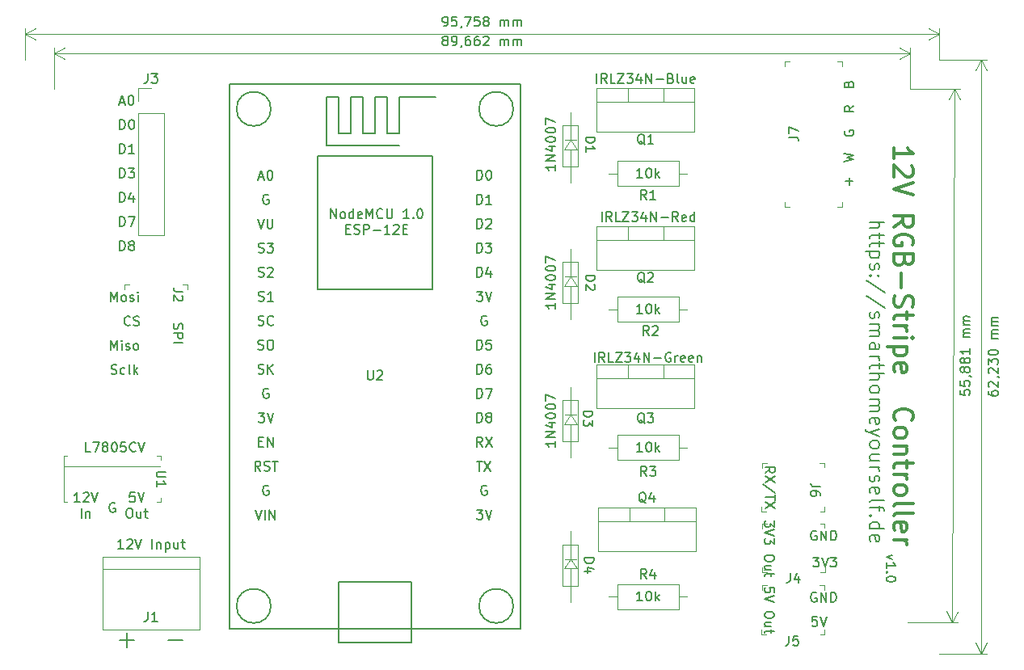
<source format=gbr>
G04 #@! TF.GenerationSoftware,KiCad,Pcbnew,(5.1.5)-3*
G04 #@! TF.CreationDate,2022-07-10T23:47:25+02:00*
G04 #@! TF.ProjectId,rgbw_12v_controller,72676277-5f31-4327-965f-636f6e74726f,rev?*
G04 #@! TF.SameCoordinates,Original*
G04 #@! TF.FileFunction,Legend,Top*
G04 #@! TF.FilePolarity,Positive*
%FSLAX46Y46*%
G04 Gerber Fmt 4.6, Leading zero omitted, Abs format (unit mm)*
G04 Created by KiCad (PCBNEW (5.1.5)-3) date 2022-07-10 23:47:25*
%MOMM*%
%LPD*%
G04 APERTURE LIST*
%ADD10C,0.150000*%
%ADD11C,0.120000*%
%ADD12C,0.200000*%
%ADD13C,0.300000*%
%ADD14C,0.100000*%
G04 APERTURE END LIST*
D10*
X166536761Y-103703380D02*
X165965333Y-103703380D01*
X166251047Y-103703380D02*
X166251047Y-102703380D01*
X166155809Y-102846238D01*
X166060571Y-102941476D01*
X165965333Y-102989095D01*
X167155809Y-102703380D02*
X167251047Y-102703380D01*
X167346285Y-102751000D01*
X167393904Y-102798619D01*
X167441523Y-102893857D01*
X167489142Y-103084333D01*
X167489142Y-103322428D01*
X167441523Y-103512904D01*
X167393904Y-103608142D01*
X167346285Y-103655761D01*
X167251047Y-103703380D01*
X167155809Y-103703380D01*
X167060571Y-103655761D01*
X167012952Y-103608142D01*
X166965333Y-103512904D01*
X166917714Y-103322428D01*
X166917714Y-103084333D01*
X166965333Y-102893857D01*
X167012952Y-102798619D01*
X167060571Y-102751000D01*
X167155809Y-102703380D01*
X167917714Y-103703380D02*
X167917714Y-102703380D01*
X168012952Y-103322428D02*
X168298666Y-103703380D01*
X168298666Y-103036714D02*
X167917714Y-103417666D01*
X187640980Y-57680171D02*
X188640980Y-57442076D01*
X187926695Y-57251600D01*
X188640980Y-57061123D01*
X187640980Y-56823028D01*
X202779380Y-81771666D02*
X202779380Y-81962142D01*
X202827000Y-82057380D01*
X202874619Y-82105000D01*
X203017476Y-82200238D01*
X203207952Y-82247857D01*
X203588904Y-82247857D01*
X203684142Y-82200238D01*
X203731761Y-82152619D01*
X203779380Y-82057380D01*
X203779380Y-81866904D01*
X203731761Y-81771666D01*
X203684142Y-81724047D01*
X203588904Y-81676428D01*
X203350809Y-81676428D01*
X203255571Y-81724047D01*
X203207952Y-81771666D01*
X203160333Y-81866904D01*
X203160333Y-82057380D01*
X203207952Y-82152619D01*
X203255571Y-82200238D01*
X203350809Y-82247857D01*
X202874619Y-81295476D02*
X202827000Y-81247857D01*
X202779380Y-81152619D01*
X202779380Y-80914523D01*
X202827000Y-80819285D01*
X202874619Y-80771666D01*
X202969857Y-80724047D01*
X203065095Y-80724047D01*
X203207952Y-80771666D01*
X203779380Y-81343095D01*
X203779380Y-80724047D01*
X203731761Y-80247857D02*
X203779380Y-80247857D01*
X203874619Y-80295476D01*
X203922238Y-80343095D01*
X202874619Y-79866904D02*
X202827000Y-79819285D01*
X202779380Y-79724047D01*
X202779380Y-79485952D01*
X202827000Y-79390714D01*
X202874619Y-79343095D01*
X202969857Y-79295476D01*
X203065095Y-79295476D01*
X203207952Y-79343095D01*
X203779380Y-79914523D01*
X203779380Y-79295476D01*
X202779380Y-78962142D02*
X202779380Y-78343095D01*
X203160333Y-78676428D01*
X203160333Y-78533571D01*
X203207952Y-78438333D01*
X203255571Y-78390714D01*
X203350809Y-78343095D01*
X203588904Y-78343095D01*
X203684142Y-78390714D01*
X203731761Y-78438333D01*
X203779380Y-78533571D01*
X203779380Y-78819285D01*
X203731761Y-78914523D01*
X203684142Y-78962142D01*
X202779380Y-77724047D02*
X202779380Y-77628809D01*
X202827000Y-77533571D01*
X202874619Y-77485952D01*
X202969857Y-77438333D01*
X203160333Y-77390714D01*
X203398428Y-77390714D01*
X203588904Y-77438333D01*
X203684142Y-77485952D01*
X203731761Y-77533571D01*
X203779380Y-77628809D01*
X203779380Y-77724047D01*
X203731761Y-77819285D01*
X203684142Y-77866904D01*
X203588904Y-77914523D01*
X203398428Y-77962142D01*
X203160333Y-77962142D01*
X202969857Y-77914523D01*
X202874619Y-77866904D01*
X202827000Y-77819285D01*
X202779380Y-77724047D01*
X203779380Y-76200238D02*
X203112714Y-76200238D01*
X203207952Y-76200238D02*
X203160333Y-76152619D01*
X203112714Y-76057380D01*
X203112714Y-75914523D01*
X203160333Y-75819285D01*
X203255571Y-75771666D01*
X203779380Y-75771666D01*
X203255571Y-75771666D02*
X203160333Y-75724047D01*
X203112714Y-75628809D01*
X203112714Y-75485952D01*
X203160333Y-75390714D01*
X203255571Y-75343095D01*
X203779380Y-75343095D01*
X203779380Y-74866904D02*
X203112714Y-74866904D01*
X203207952Y-74866904D02*
X203160333Y-74819285D01*
X203112714Y-74724047D01*
X203112714Y-74581190D01*
X203160333Y-74485952D01*
X203255571Y-74438333D01*
X203779380Y-74438333D01*
X203255571Y-74438333D02*
X203160333Y-74390714D01*
X203112714Y-74295476D01*
X203112714Y-74152619D01*
X203160333Y-74057380D01*
X203255571Y-74009761D01*
X203779380Y-74009761D01*
D11*
X202057000Y-109220000D02*
X202057000Y-46990000D01*
X197612000Y-109220000D02*
X202643421Y-109220000D01*
X197612000Y-46990000D02*
X202643421Y-46990000D01*
X202057000Y-46990000D02*
X202643421Y-48116504D01*
X202057000Y-46990000D02*
X201470579Y-48116504D01*
X202057000Y-109220000D02*
X202643421Y-108093496D01*
X202057000Y-109220000D02*
X201470579Y-108093496D01*
D10*
X199835476Y-81621624D02*
X199833312Y-82097809D01*
X200309281Y-82147592D01*
X200261879Y-82099757D01*
X200214693Y-82004304D01*
X200215775Y-81766211D01*
X200263827Y-81671190D01*
X200311662Y-81623788D01*
X200407115Y-81576602D01*
X200645208Y-81577685D01*
X200740229Y-81625736D01*
X200787631Y-81673571D01*
X200834816Y-81769025D01*
X200833734Y-82007117D01*
X200785683Y-82102138D01*
X200737848Y-82149540D01*
X199839805Y-80669252D02*
X199837641Y-81145438D01*
X200313610Y-81195221D01*
X200266208Y-81147386D01*
X200219022Y-81051932D01*
X200220104Y-80813840D01*
X200268156Y-80718819D01*
X200315991Y-80671417D01*
X200411444Y-80624231D01*
X200649537Y-80625314D01*
X200744558Y-80673365D01*
X200791960Y-80721200D01*
X200839145Y-80816654D01*
X200838063Y-81054746D01*
X200790012Y-81149767D01*
X200742177Y-81197169D01*
X200794557Y-80149777D02*
X200842176Y-80149994D01*
X200937196Y-80198045D01*
X200984598Y-80245880D01*
X200273350Y-79575974D02*
X200225299Y-79670994D01*
X200177464Y-79718396D01*
X200082010Y-79765582D01*
X200034392Y-79765366D01*
X199939371Y-79717314D01*
X199891969Y-79669479D01*
X199844783Y-79574026D01*
X199845649Y-79383551D01*
X199893701Y-79288531D01*
X199941536Y-79241129D01*
X200036989Y-79193943D01*
X200084608Y-79194159D01*
X200179628Y-79242211D01*
X200227030Y-79290046D01*
X200274216Y-79385499D01*
X200273350Y-79575974D01*
X200320536Y-79671427D01*
X200367938Y-79719262D01*
X200462959Y-79767314D01*
X200653433Y-79768180D01*
X200748887Y-79720994D01*
X200796722Y-79673592D01*
X200844773Y-79578571D01*
X200845639Y-79388097D01*
X200798453Y-79292643D01*
X200751051Y-79244808D01*
X200656030Y-79196757D01*
X200465556Y-79195891D01*
X200370103Y-79243077D01*
X200322268Y-79290479D01*
X200274216Y-79385499D01*
X200277679Y-78623603D02*
X200229628Y-78718623D01*
X200181793Y-78766025D01*
X200086339Y-78813211D01*
X200038721Y-78812995D01*
X199943700Y-78764943D01*
X199896298Y-78717108D01*
X199849112Y-78621655D01*
X199849978Y-78431180D01*
X199898030Y-78336160D01*
X199945865Y-78288758D01*
X200041318Y-78241572D01*
X200088937Y-78241788D01*
X200183957Y-78289840D01*
X200231359Y-78337675D01*
X200278545Y-78433128D01*
X200277679Y-78623603D01*
X200324865Y-78719056D01*
X200372267Y-78766891D01*
X200467288Y-78814943D01*
X200657762Y-78815808D01*
X200753215Y-78768623D01*
X200801051Y-78721221D01*
X200849102Y-78626200D01*
X200849968Y-78435726D01*
X200802782Y-78340272D01*
X200755380Y-78292437D01*
X200660359Y-78244386D01*
X200469885Y-78243520D01*
X200374432Y-78290706D01*
X200326597Y-78338108D01*
X200278545Y-78433128D01*
X200855162Y-77292880D02*
X200852565Y-77864303D01*
X200853864Y-77578592D02*
X199853874Y-77574046D01*
X199996297Y-77669933D01*
X200091101Y-77765603D01*
X200138287Y-77861056D01*
X200860574Y-76102417D02*
X200193914Y-76099386D01*
X200289151Y-76099819D02*
X200241749Y-76051984D01*
X200194563Y-75956531D01*
X200195213Y-75813675D01*
X200243264Y-75718654D01*
X200338718Y-75671469D01*
X200862522Y-75673850D01*
X200338718Y-75671469D02*
X200243697Y-75623417D01*
X200196511Y-75527964D01*
X200197161Y-75385108D01*
X200245212Y-75290087D01*
X200340666Y-75242902D01*
X200864470Y-75245283D01*
X200866634Y-74769097D02*
X200199974Y-74766067D01*
X200295212Y-74766500D02*
X200247809Y-74718665D01*
X200200624Y-74623211D01*
X200201273Y-74480355D01*
X200249325Y-74385335D01*
X200344778Y-74338149D01*
X200868582Y-74340530D01*
X200344778Y-74338149D02*
X200249757Y-74290098D01*
X200202572Y-74194644D01*
X200203221Y-74051788D01*
X200251273Y-73956768D01*
X200346726Y-73909582D01*
X200870530Y-73911963D01*
D11*
X199256553Y-50059330D02*
X199002553Y-105939330D01*
X194564000Y-50038000D02*
X199842967Y-50061995D01*
X194310000Y-105918000D02*
X199588967Y-105941995D01*
X199002553Y-105939330D02*
X198421259Y-104810172D01*
X199002553Y-105939330D02*
X199594088Y-104815503D01*
X199256553Y-50059330D02*
X198665018Y-51183157D01*
X199256553Y-50059330D02*
X199837847Y-51188488D01*
D10*
X145780619Y-44965953D02*
X145685380Y-44918334D01*
X145637761Y-44870715D01*
X145590142Y-44775477D01*
X145590142Y-44727858D01*
X145637761Y-44632620D01*
X145685380Y-44585001D01*
X145780619Y-44537381D01*
X145971095Y-44537381D01*
X146066333Y-44585001D01*
X146113952Y-44632620D01*
X146161571Y-44727858D01*
X146161571Y-44775477D01*
X146113952Y-44870715D01*
X146066333Y-44918334D01*
X145971095Y-44965953D01*
X145780619Y-44965953D01*
X145685380Y-45013572D01*
X145637761Y-45061191D01*
X145590142Y-45156429D01*
X145590142Y-45346905D01*
X145637761Y-45442143D01*
X145685380Y-45489762D01*
X145780619Y-45537381D01*
X145971095Y-45537381D01*
X146066333Y-45489762D01*
X146113952Y-45442143D01*
X146161571Y-45346905D01*
X146161571Y-45156429D01*
X146113952Y-45061191D01*
X146066333Y-45013572D01*
X145971095Y-44965953D01*
X146637761Y-45537381D02*
X146828238Y-45537381D01*
X146923476Y-45489762D01*
X146971095Y-45442143D01*
X147066333Y-45299286D01*
X147113952Y-45108810D01*
X147113952Y-44727858D01*
X147066333Y-44632620D01*
X147018714Y-44585001D01*
X146923476Y-44537381D01*
X146733000Y-44537381D01*
X146637761Y-44585001D01*
X146590142Y-44632620D01*
X146542523Y-44727858D01*
X146542523Y-44965953D01*
X146590142Y-45061191D01*
X146637761Y-45108810D01*
X146733000Y-45156429D01*
X146923476Y-45156429D01*
X147018714Y-45108810D01*
X147066333Y-45061191D01*
X147113952Y-44965953D01*
X147590142Y-45489762D02*
X147590142Y-45537381D01*
X147542523Y-45632620D01*
X147494904Y-45680239D01*
X148447285Y-44537381D02*
X148256809Y-44537381D01*
X148161571Y-44585001D01*
X148113952Y-44632620D01*
X148018714Y-44775477D01*
X147971095Y-44965953D01*
X147971095Y-45346905D01*
X148018714Y-45442143D01*
X148066333Y-45489762D01*
X148161571Y-45537381D01*
X148352047Y-45537381D01*
X148447285Y-45489762D01*
X148494904Y-45442143D01*
X148542523Y-45346905D01*
X148542523Y-45108810D01*
X148494904Y-45013572D01*
X148447285Y-44965953D01*
X148352047Y-44918334D01*
X148161571Y-44918334D01*
X148066333Y-44965953D01*
X148018714Y-45013572D01*
X147971095Y-45108810D01*
X149399666Y-44537381D02*
X149209190Y-44537381D01*
X149113952Y-44585001D01*
X149066333Y-44632620D01*
X148971095Y-44775477D01*
X148923476Y-44965953D01*
X148923476Y-45346905D01*
X148971095Y-45442143D01*
X149018714Y-45489762D01*
X149113952Y-45537381D01*
X149304428Y-45537381D01*
X149399666Y-45489762D01*
X149447285Y-45442143D01*
X149494904Y-45346905D01*
X149494904Y-45108810D01*
X149447285Y-45013572D01*
X149399666Y-44965953D01*
X149304428Y-44918334D01*
X149113952Y-44918334D01*
X149018714Y-44965953D01*
X148971095Y-45013572D01*
X148923476Y-45108810D01*
X149875857Y-44632620D02*
X149923476Y-44585001D01*
X150018714Y-44537381D01*
X150256809Y-44537381D01*
X150352047Y-44585001D01*
X150399666Y-44632620D01*
X150447285Y-44727858D01*
X150447285Y-44823096D01*
X150399666Y-44965953D01*
X149828238Y-45537381D01*
X150447285Y-45537381D01*
X151637761Y-45537381D02*
X151637761Y-44870715D01*
X151637761Y-44965953D02*
X151685380Y-44918334D01*
X151780619Y-44870715D01*
X151923476Y-44870715D01*
X152018714Y-44918334D01*
X152066333Y-45013572D01*
X152066333Y-45537381D01*
X152066333Y-45013572D02*
X152113952Y-44918334D01*
X152209190Y-44870715D01*
X152352047Y-44870715D01*
X152447285Y-44918334D01*
X152494904Y-45013572D01*
X152494904Y-45537381D01*
X152971095Y-45537381D02*
X152971095Y-44870715D01*
X152971095Y-44965953D02*
X153018714Y-44918334D01*
X153113952Y-44870715D01*
X153256809Y-44870715D01*
X153352047Y-44918334D01*
X153399666Y-45013572D01*
X153399666Y-45537381D01*
X153399666Y-45013572D02*
X153447285Y-44918334D01*
X153542523Y-44870715D01*
X153685380Y-44870715D01*
X153780619Y-44918334D01*
X153828238Y-45013572D01*
X153828238Y-45537381D01*
D11*
X194564000Y-46355001D02*
X104902000Y-46355001D01*
X194564000Y-50038000D02*
X194564000Y-45768580D01*
X104902000Y-50038000D02*
X104902000Y-45768580D01*
X104902000Y-46355001D02*
X106028504Y-45768580D01*
X104902000Y-46355001D02*
X106028504Y-46941422D01*
X194564000Y-46355001D02*
X193437496Y-45768580D01*
X194564000Y-46355001D02*
X193437496Y-46941422D01*
D10*
X145685380Y-43505380D02*
X145875857Y-43505380D01*
X145971095Y-43457761D01*
X146018714Y-43410142D01*
X146113952Y-43267285D01*
X146161571Y-43076809D01*
X146161571Y-42695857D01*
X146113952Y-42600619D01*
X146066333Y-42553000D01*
X145971095Y-42505380D01*
X145780619Y-42505380D01*
X145685380Y-42553000D01*
X145637761Y-42600619D01*
X145590142Y-42695857D01*
X145590142Y-42933952D01*
X145637761Y-43029190D01*
X145685380Y-43076809D01*
X145780619Y-43124428D01*
X145971095Y-43124428D01*
X146066333Y-43076809D01*
X146113952Y-43029190D01*
X146161571Y-42933952D01*
X147066333Y-42505380D02*
X146590142Y-42505380D01*
X146542523Y-42981571D01*
X146590142Y-42933952D01*
X146685380Y-42886333D01*
X146923476Y-42886333D01*
X147018714Y-42933952D01*
X147066333Y-42981571D01*
X147113952Y-43076809D01*
X147113952Y-43314904D01*
X147066333Y-43410142D01*
X147018714Y-43457761D01*
X146923476Y-43505380D01*
X146685380Y-43505380D01*
X146590142Y-43457761D01*
X146542523Y-43410142D01*
X147590142Y-43457761D02*
X147590142Y-43505380D01*
X147542523Y-43600619D01*
X147494904Y-43648238D01*
X147923476Y-42505380D02*
X148590142Y-42505380D01*
X148161571Y-43505380D01*
X149447285Y-42505380D02*
X148971095Y-42505380D01*
X148923476Y-42981571D01*
X148971095Y-42933952D01*
X149066333Y-42886333D01*
X149304428Y-42886333D01*
X149399666Y-42933952D01*
X149447285Y-42981571D01*
X149494904Y-43076809D01*
X149494904Y-43314904D01*
X149447285Y-43410142D01*
X149399666Y-43457761D01*
X149304428Y-43505380D01*
X149066333Y-43505380D01*
X148971095Y-43457761D01*
X148923476Y-43410142D01*
X150066333Y-42933952D02*
X149971095Y-42886333D01*
X149923476Y-42838714D01*
X149875857Y-42743476D01*
X149875857Y-42695857D01*
X149923476Y-42600619D01*
X149971095Y-42553000D01*
X150066333Y-42505380D01*
X150256809Y-42505380D01*
X150352047Y-42553000D01*
X150399666Y-42600619D01*
X150447285Y-42695857D01*
X150447285Y-42743476D01*
X150399666Y-42838714D01*
X150352047Y-42886333D01*
X150256809Y-42933952D01*
X150066333Y-42933952D01*
X149971095Y-42981571D01*
X149923476Y-43029190D01*
X149875857Y-43124428D01*
X149875857Y-43314904D01*
X149923476Y-43410142D01*
X149971095Y-43457761D01*
X150066333Y-43505380D01*
X150256809Y-43505380D01*
X150352047Y-43457761D01*
X150399666Y-43410142D01*
X150447285Y-43314904D01*
X150447285Y-43124428D01*
X150399666Y-43029190D01*
X150352047Y-42981571D01*
X150256809Y-42933952D01*
X151637761Y-43505380D02*
X151637761Y-42838714D01*
X151637761Y-42933952D02*
X151685380Y-42886333D01*
X151780619Y-42838714D01*
X151923476Y-42838714D01*
X152018714Y-42886333D01*
X152066333Y-42981571D01*
X152066333Y-43505380D01*
X152066333Y-42981571D02*
X152113952Y-42886333D01*
X152209190Y-42838714D01*
X152352047Y-42838714D01*
X152447285Y-42886333D01*
X152494904Y-42981571D01*
X152494904Y-43505380D01*
X152971095Y-43505380D02*
X152971095Y-42838714D01*
X152971095Y-42933952D02*
X153018714Y-42886333D01*
X153113952Y-42838714D01*
X153256809Y-42838714D01*
X153352047Y-42886333D01*
X153399666Y-42981571D01*
X153399666Y-43505380D01*
X153399666Y-42981571D02*
X153447285Y-42886333D01*
X153542523Y-42838714D01*
X153685380Y-42838714D01*
X153780619Y-42886333D01*
X153828238Y-42981571D01*
X153828238Y-43505380D01*
D11*
X101854000Y-44323000D02*
X197612000Y-44323000D01*
X101854000Y-46990000D02*
X101854000Y-43736579D01*
X197612000Y-46990000D02*
X197612000Y-43736579D01*
X197612000Y-44323000D02*
X196485496Y-44909421D01*
X197612000Y-44323000D02*
X196485496Y-43736579D01*
X101854000Y-44323000D02*
X102980504Y-44909421D01*
X101854000Y-44323000D02*
X102980504Y-43736579D01*
D10*
X184746995Y-102865300D02*
X184651757Y-102817680D01*
X184508900Y-102817680D01*
X184366042Y-102865300D01*
X184270804Y-102960538D01*
X184223185Y-103055776D01*
X184175566Y-103246252D01*
X184175566Y-103389109D01*
X184223185Y-103579585D01*
X184270804Y-103674823D01*
X184366042Y-103770061D01*
X184508900Y-103817680D01*
X184604138Y-103817680D01*
X184746995Y-103770061D01*
X184794614Y-103722442D01*
X184794614Y-103389109D01*
X184604138Y-103389109D01*
X185223185Y-103817680D02*
X185223185Y-102817680D01*
X185794614Y-103817680D01*
X185794614Y-102817680D01*
X186270804Y-103817680D02*
X186270804Y-102817680D01*
X186508900Y-102817680D01*
X186651757Y-102865300D01*
X186746995Y-102960538D01*
X186794614Y-103055776D01*
X186842233Y-103246252D01*
X186842233Y-103389109D01*
X186794614Y-103579585D01*
X186746995Y-103674823D01*
X186651757Y-103770061D01*
X186508900Y-103817680D01*
X186270804Y-103817680D01*
X184810423Y-105357680D02*
X184334233Y-105357680D01*
X184286614Y-105833871D01*
X184334233Y-105786252D01*
X184429471Y-105738633D01*
X184667566Y-105738633D01*
X184762804Y-105786252D01*
X184810423Y-105833871D01*
X184858042Y-105929109D01*
X184858042Y-106167204D01*
X184810423Y-106262442D01*
X184762804Y-106310061D01*
X184667566Y-106357680D01*
X184429471Y-106357680D01*
X184334233Y-106310061D01*
X184286614Y-106262442D01*
X185143757Y-105357680D02*
X185477090Y-106357680D01*
X185810423Y-105357680D01*
X184759695Y-96401000D02*
X184664457Y-96353380D01*
X184521600Y-96353380D01*
X184378742Y-96401000D01*
X184283504Y-96496238D01*
X184235885Y-96591476D01*
X184188266Y-96781952D01*
X184188266Y-96924809D01*
X184235885Y-97115285D01*
X184283504Y-97210523D01*
X184378742Y-97305761D01*
X184521600Y-97353380D01*
X184616838Y-97353380D01*
X184759695Y-97305761D01*
X184807314Y-97258142D01*
X184807314Y-96924809D01*
X184616838Y-96924809D01*
X185235885Y-97353380D02*
X185235885Y-96353380D01*
X185807314Y-97353380D01*
X185807314Y-96353380D01*
X186283504Y-97353380D02*
X186283504Y-96353380D01*
X186521600Y-96353380D01*
X186664457Y-96401000D01*
X186759695Y-96496238D01*
X186807314Y-96591476D01*
X186854933Y-96781952D01*
X186854933Y-96924809D01*
X186807314Y-97115285D01*
X186759695Y-97210523D01*
X186664457Y-97305761D01*
X186521600Y-97353380D01*
X186283504Y-97353380D01*
X184410504Y-99147380D02*
X185029552Y-99147380D01*
X184696219Y-99528333D01*
X184839076Y-99528333D01*
X184934314Y-99575952D01*
X184981933Y-99623571D01*
X185029552Y-99718809D01*
X185029552Y-99956904D01*
X184981933Y-100052142D01*
X184934314Y-100099761D01*
X184839076Y-100147380D01*
X184553361Y-100147380D01*
X184458123Y-100099761D01*
X184410504Y-100052142D01*
X185315266Y-99147380D02*
X185648600Y-100147380D01*
X185981933Y-99147380D01*
X186220028Y-99147380D02*
X186839076Y-99147380D01*
X186505742Y-99528333D01*
X186648600Y-99528333D01*
X186743838Y-99575952D01*
X186791457Y-99623571D01*
X186839076Y-99718809D01*
X186839076Y-99956904D01*
X186791457Y-100052142D01*
X186743838Y-100099761D01*
X186648600Y-100147380D01*
X186362885Y-100147380D01*
X186267647Y-100099761D01*
X186220028Y-100052142D01*
X179392319Y-90273380D02*
X179868509Y-89940047D01*
X179392319Y-89701952D02*
X180392319Y-89701952D01*
X180392319Y-90082904D01*
X180344700Y-90178142D01*
X180297080Y-90225761D01*
X180201842Y-90273380D01*
X180058985Y-90273380D01*
X179963747Y-90225761D01*
X179916128Y-90178142D01*
X179868509Y-90082904D01*
X179868509Y-89701952D01*
X180392319Y-90606714D02*
X179392319Y-91273380D01*
X180392319Y-91273380D02*
X179392319Y-90606714D01*
X180439938Y-92368619D02*
X179154223Y-91511476D01*
X180392319Y-92559095D02*
X180392319Y-93130523D01*
X179392319Y-92844809D02*
X180392319Y-92844809D01*
X180392319Y-93368619D02*
X179392319Y-94035285D01*
X180392319Y-94035285D02*
X179392319Y-93368619D01*
X180341519Y-95328147D02*
X180341519Y-95947195D01*
X179960566Y-95613861D01*
X179960566Y-95756719D01*
X179912947Y-95851957D01*
X179865328Y-95899576D01*
X179770090Y-95947195D01*
X179531995Y-95947195D01*
X179436757Y-95899576D01*
X179389138Y-95851957D01*
X179341519Y-95756719D01*
X179341519Y-95471004D01*
X179389138Y-95375766D01*
X179436757Y-95328147D01*
X180341519Y-96232909D02*
X179341519Y-96566242D01*
X180341519Y-96899576D01*
X180341519Y-97137671D02*
X180341519Y-97756719D01*
X179960566Y-97423385D01*
X179960566Y-97566242D01*
X179912947Y-97661480D01*
X179865328Y-97709100D01*
X179770090Y-97756719D01*
X179531995Y-97756719D01*
X179436757Y-97709100D01*
X179389138Y-97661480D01*
X179341519Y-97566242D01*
X179341519Y-97280528D01*
X179389138Y-97185290D01*
X179436757Y-97137671D01*
X180341519Y-99137671D02*
X180341519Y-99328147D01*
X180293900Y-99423385D01*
X180198661Y-99518623D01*
X180008185Y-99566242D01*
X179674852Y-99566242D01*
X179484376Y-99518623D01*
X179389138Y-99423385D01*
X179341519Y-99328147D01*
X179341519Y-99137671D01*
X179389138Y-99042433D01*
X179484376Y-98947195D01*
X179674852Y-98899576D01*
X180008185Y-98899576D01*
X180198661Y-98947195D01*
X180293900Y-99042433D01*
X180341519Y-99137671D01*
X180008185Y-100423385D02*
X179341519Y-100423385D01*
X180008185Y-99994814D02*
X179484376Y-99994814D01*
X179389138Y-100042433D01*
X179341519Y-100137671D01*
X179341519Y-100280528D01*
X179389138Y-100375766D01*
X179436757Y-100423385D01*
X180008185Y-100756719D02*
X180008185Y-101137671D01*
X180341519Y-100899576D02*
X179484376Y-100899576D01*
X179389138Y-100947195D01*
X179341519Y-101042433D01*
X179341519Y-101137671D01*
X180341519Y-102801966D02*
X180341519Y-102325776D01*
X179865328Y-102278157D01*
X179912947Y-102325776D01*
X179960566Y-102421014D01*
X179960566Y-102659109D01*
X179912947Y-102754347D01*
X179865328Y-102801966D01*
X179770090Y-102849585D01*
X179531995Y-102849585D01*
X179436757Y-102801966D01*
X179389138Y-102754347D01*
X179341519Y-102659109D01*
X179341519Y-102421014D01*
X179389138Y-102325776D01*
X179436757Y-102278157D01*
X180341519Y-103135300D02*
X179341519Y-103468633D01*
X180341519Y-103801966D01*
X180341519Y-105087680D02*
X180341519Y-105278157D01*
X180293900Y-105373395D01*
X180198661Y-105468633D01*
X180008185Y-105516252D01*
X179674852Y-105516252D01*
X179484376Y-105468633D01*
X179389138Y-105373395D01*
X179341519Y-105278157D01*
X179341519Y-105087680D01*
X179389138Y-104992442D01*
X179484376Y-104897204D01*
X179674852Y-104849585D01*
X180008185Y-104849585D01*
X180198661Y-104897204D01*
X180293900Y-104992442D01*
X180341519Y-105087680D01*
X180008185Y-106373395D02*
X179341519Y-106373395D01*
X180008185Y-105944823D02*
X179484376Y-105944823D01*
X179389138Y-105992442D01*
X179341519Y-106087680D01*
X179341519Y-106230538D01*
X179389138Y-106325776D01*
X179436757Y-106373395D01*
X180008185Y-106706728D02*
X180008185Y-107087680D01*
X180341519Y-106849585D02*
X179484376Y-106849585D01*
X179389138Y-106897204D01*
X179341519Y-106992442D01*
X179341519Y-107087680D01*
X111259904Y-93480000D02*
X111164666Y-93432380D01*
X111021809Y-93432380D01*
X110878952Y-93480000D01*
X110783714Y-93575238D01*
X110736095Y-93670476D01*
X110688476Y-93860952D01*
X110688476Y-94003809D01*
X110736095Y-94194285D01*
X110783714Y-94289523D01*
X110878952Y-94384761D01*
X111021809Y-94432380D01*
X111117047Y-94432380D01*
X111259904Y-94384761D01*
X111307523Y-94337142D01*
X111307523Y-94003809D01*
X111117047Y-94003809D01*
X113347523Y-92353380D02*
X112871333Y-92353380D01*
X112823714Y-92829571D01*
X112871333Y-92781952D01*
X112966571Y-92734333D01*
X113204666Y-92734333D01*
X113299904Y-92781952D01*
X113347523Y-92829571D01*
X113395142Y-92924809D01*
X113395142Y-93162904D01*
X113347523Y-93258142D01*
X113299904Y-93305761D01*
X113204666Y-93353380D01*
X112966571Y-93353380D01*
X112871333Y-93305761D01*
X112823714Y-93258142D01*
X113680857Y-92353380D02*
X114014190Y-93353380D01*
X114347523Y-92353380D01*
X112704666Y-94003380D02*
X112895142Y-94003380D01*
X112990380Y-94051000D01*
X113085619Y-94146238D01*
X113133238Y-94336714D01*
X113133238Y-94670047D01*
X113085619Y-94860523D01*
X112990380Y-94955761D01*
X112895142Y-95003380D01*
X112704666Y-95003380D01*
X112609428Y-94955761D01*
X112514190Y-94860523D01*
X112466571Y-94670047D01*
X112466571Y-94336714D01*
X112514190Y-94146238D01*
X112609428Y-94051000D01*
X112704666Y-94003380D01*
X113990380Y-94336714D02*
X113990380Y-95003380D01*
X113561809Y-94336714D02*
X113561809Y-94860523D01*
X113609428Y-94955761D01*
X113704666Y-95003380D01*
X113847523Y-95003380D01*
X113942761Y-94955761D01*
X113990380Y-94908142D01*
X114323714Y-94336714D02*
X114704666Y-94336714D01*
X114466571Y-94003380D02*
X114466571Y-94860523D01*
X114514190Y-94955761D01*
X114609428Y-95003380D01*
X114704666Y-95003380D01*
X107584952Y-93353380D02*
X107013523Y-93353380D01*
X107299238Y-93353380D02*
X107299238Y-92353380D01*
X107204000Y-92496238D01*
X107108761Y-92591476D01*
X107013523Y-92639095D01*
X107965904Y-92448619D02*
X108013523Y-92401000D01*
X108108761Y-92353380D01*
X108346857Y-92353380D01*
X108442095Y-92401000D01*
X108489714Y-92448619D01*
X108537333Y-92543857D01*
X108537333Y-92639095D01*
X108489714Y-92781952D01*
X107918285Y-93353380D01*
X108537333Y-93353380D01*
X108823047Y-92353380D02*
X109156380Y-93353380D01*
X109489714Y-92353380D01*
X107751619Y-95003380D02*
X107751619Y-94003380D01*
X108227809Y-94336714D02*
X108227809Y-95003380D01*
X108227809Y-94431952D02*
X108275428Y-94384333D01*
X108370666Y-94336714D01*
X108513523Y-94336714D01*
X108608761Y-94384333D01*
X108656380Y-94479571D01*
X108656380Y-95003380D01*
X110887047Y-79906761D02*
X111029904Y-79954380D01*
X111268000Y-79954380D01*
X111363238Y-79906761D01*
X111410857Y-79859142D01*
X111458476Y-79763904D01*
X111458476Y-79668666D01*
X111410857Y-79573428D01*
X111363238Y-79525809D01*
X111268000Y-79478190D01*
X111077523Y-79430571D01*
X110982285Y-79382952D01*
X110934666Y-79335333D01*
X110887047Y-79240095D01*
X110887047Y-79144857D01*
X110934666Y-79049619D01*
X110982285Y-79002000D01*
X111077523Y-78954380D01*
X111315619Y-78954380D01*
X111458476Y-79002000D01*
X112315619Y-79906761D02*
X112220380Y-79954380D01*
X112029904Y-79954380D01*
X111934666Y-79906761D01*
X111887047Y-79859142D01*
X111839428Y-79763904D01*
X111839428Y-79478190D01*
X111887047Y-79382952D01*
X111934666Y-79335333D01*
X112029904Y-79287714D01*
X112220380Y-79287714D01*
X112315619Y-79335333D01*
X112887047Y-79954380D02*
X112791809Y-79906761D01*
X112744190Y-79811523D01*
X112744190Y-78954380D01*
X113268000Y-79954380D02*
X113268000Y-78954380D01*
X113363238Y-79573428D02*
X113648952Y-79954380D01*
X113648952Y-79287714D02*
X113268000Y-79668666D01*
X110839428Y-77414380D02*
X110839428Y-76414380D01*
X111172761Y-77128666D01*
X111506095Y-76414380D01*
X111506095Y-77414380D01*
X111982285Y-77414380D02*
X111982285Y-76747714D01*
X111982285Y-76414380D02*
X111934666Y-76462000D01*
X111982285Y-76509619D01*
X112029904Y-76462000D01*
X111982285Y-76414380D01*
X111982285Y-76509619D01*
X112410857Y-77366761D02*
X112506095Y-77414380D01*
X112696571Y-77414380D01*
X112791809Y-77366761D01*
X112839428Y-77271523D01*
X112839428Y-77223904D01*
X112791809Y-77128666D01*
X112696571Y-77081047D01*
X112553714Y-77081047D01*
X112458476Y-77033428D01*
X112410857Y-76938190D01*
X112410857Y-76890571D01*
X112458476Y-76795333D01*
X112553714Y-76747714D01*
X112696571Y-76747714D01*
X112791809Y-76795333D01*
X113410857Y-77414380D02*
X113315619Y-77366761D01*
X113268000Y-77319142D01*
X113220380Y-77223904D01*
X113220380Y-76938190D01*
X113268000Y-76842952D01*
X113315619Y-76795333D01*
X113410857Y-76747714D01*
X113553714Y-76747714D01*
X113648952Y-76795333D01*
X113696571Y-76842952D01*
X113744190Y-76938190D01*
X113744190Y-77223904D01*
X113696571Y-77319142D01*
X113648952Y-77366761D01*
X113553714Y-77414380D01*
X113410857Y-77414380D01*
X112863333Y-74779142D02*
X112815714Y-74826761D01*
X112672857Y-74874380D01*
X112577619Y-74874380D01*
X112434761Y-74826761D01*
X112339523Y-74731523D01*
X112291904Y-74636285D01*
X112244285Y-74445809D01*
X112244285Y-74302952D01*
X112291904Y-74112476D01*
X112339523Y-74017238D01*
X112434761Y-73922000D01*
X112577619Y-73874380D01*
X112672857Y-73874380D01*
X112815714Y-73922000D01*
X112863333Y-73969619D01*
X113244285Y-74826761D02*
X113387142Y-74874380D01*
X113625238Y-74874380D01*
X113720476Y-74826761D01*
X113768095Y-74779142D01*
X113815714Y-74683904D01*
X113815714Y-74588666D01*
X113768095Y-74493428D01*
X113720476Y-74445809D01*
X113625238Y-74398190D01*
X113434761Y-74350571D01*
X113339523Y-74302952D01*
X113291904Y-74255333D01*
X113244285Y-74160095D01*
X113244285Y-74064857D01*
X113291904Y-73969619D01*
X113339523Y-73922000D01*
X113434761Y-73874380D01*
X113672857Y-73874380D01*
X113815714Y-73922000D01*
X110839428Y-72334380D02*
X110839428Y-71334380D01*
X111172761Y-72048666D01*
X111506095Y-71334380D01*
X111506095Y-72334380D01*
X112125142Y-72334380D02*
X112029904Y-72286761D01*
X111982285Y-72239142D01*
X111934666Y-72143904D01*
X111934666Y-71858190D01*
X111982285Y-71762952D01*
X112029904Y-71715333D01*
X112125142Y-71667714D01*
X112268000Y-71667714D01*
X112363238Y-71715333D01*
X112410857Y-71762952D01*
X112458476Y-71858190D01*
X112458476Y-72143904D01*
X112410857Y-72239142D01*
X112363238Y-72286761D01*
X112268000Y-72334380D01*
X112125142Y-72334380D01*
X112839428Y-72286761D02*
X112934666Y-72334380D01*
X113125142Y-72334380D01*
X113220380Y-72286761D01*
X113268000Y-72191523D01*
X113268000Y-72143904D01*
X113220380Y-72048666D01*
X113125142Y-72001047D01*
X112982285Y-72001047D01*
X112887047Y-71953428D01*
X112839428Y-71858190D01*
X112839428Y-71810571D01*
X112887047Y-71715333D01*
X112982285Y-71667714D01*
X113125142Y-71667714D01*
X113220380Y-71715333D01*
X113696571Y-72334380D02*
X113696571Y-71667714D01*
X113696571Y-71334380D02*
X113648952Y-71382000D01*
X113696571Y-71429619D01*
X113744190Y-71382000D01*
X113696571Y-71334380D01*
X113696571Y-71429619D01*
X157424380Y-58022857D02*
X157424380Y-58594285D01*
X157424380Y-58308571D02*
X156424380Y-58308571D01*
X156567238Y-58403809D01*
X156662476Y-58499047D01*
X156710095Y-58594285D01*
X157424380Y-57594285D02*
X156424380Y-57594285D01*
X157424380Y-57022857D01*
X156424380Y-57022857D01*
X156757714Y-56118095D02*
X157424380Y-56118095D01*
X156376761Y-56356190D02*
X157091047Y-56594285D01*
X157091047Y-55975238D01*
X156424380Y-55403809D02*
X156424380Y-55308571D01*
X156472000Y-55213333D01*
X156519619Y-55165714D01*
X156614857Y-55118095D01*
X156805333Y-55070476D01*
X157043428Y-55070476D01*
X157233904Y-55118095D01*
X157329142Y-55165714D01*
X157376761Y-55213333D01*
X157424380Y-55308571D01*
X157424380Y-55403809D01*
X157376761Y-55499047D01*
X157329142Y-55546666D01*
X157233904Y-55594285D01*
X157043428Y-55641904D01*
X156805333Y-55641904D01*
X156614857Y-55594285D01*
X156519619Y-55546666D01*
X156472000Y-55499047D01*
X156424380Y-55403809D01*
X156424380Y-54451428D02*
X156424380Y-54356190D01*
X156472000Y-54260952D01*
X156519619Y-54213333D01*
X156614857Y-54165714D01*
X156805333Y-54118095D01*
X157043428Y-54118095D01*
X157233904Y-54165714D01*
X157329142Y-54213333D01*
X157376761Y-54260952D01*
X157424380Y-54356190D01*
X157424380Y-54451428D01*
X157376761Y-54546666D01*
X157329142Y-54594285D01*
X157233904Y-54641904D01*
X157043428Y-54689523D01*
X156805333Y-54689523D01*
X156614857Y-54641904D01*
X156519619Y-54594285D01*
X156472000Y-54546666D01*
X156424380Y-54451428D01*
X156424380Y-53784761D02*
X156424380Y-53118095D01*
X157424380Y-53546666D01*
X157424380Y-72500857D02*
X157424380Y-73072285D01*
X157424380Y-72786571D02*
X156424380Y-72786571D01*
X156567238Y-72881809D01*
X156662476Y-72977047D01*
X156710095Y-73072285D01*
X157424380Y-72072285D02*
X156424380Y-72072285D01*
X157424380Y-71500857D01*
X156424380Y-71500857D01*
X156757714Y-70596095D02*
X157424380Y-70596095D01*
X156376761Y-70834190D02*
X157091047Y-71072285D01*
X157091047Y-70453238D01*
X156424380Y-69881809D02*
X156424380Y-69786571D01*
X156472000Y-69691333D01*
X156519619Y-69643714D01*
X156614857Y-69596095D01*
X156805333Y-69548476D01*
X157043428Y-69548476D01*
X157233904Y-69596095D01*
X157329142Y-69643714D01*
X157376761Y-69691333D01*
X157424380Y-69786571D01*
X157424380Y-69881809D01*
X157376761Y-69977047D01*
X157329142Y-70024666D01*
X157233904Y-70072285D01*
X157043428Y-70119904D01*
X156805333Y-70119904D01*
X156614857Y-70072285D01*
X156519619Y-70024666D01*
X156472000Y-69977047D01*
X156424380Y-69881809D01*
X156424380Y-68929428D02*
X156424380Y-68834190D01*
X156472000Y-68738952D01*
X156519619Y-68691333D01*
X156614857Y-68643714D01*
X156805333Y-68596095D01*
X157043428Y-68596095D01*
X157233904Y-68643714D01*
X157329142Y-68691333D01*
X157376761Y-68738952D01*
X157424380Y-68834190D01*
X157424380Y-68929428D01*
X157376761Y-69024666D01*
X157329142Y-69072285D01*
X157233904Y-69119904D01*
X157043428Y-69167523D01*
X156805333Y-69167523D01*
X156614857Y-69119904D01*
X156519619Y-69072285D01*
X156472000Y-69024666D01*
X156424380Y-68929428D01*
X156424380Y-68262761D02*
X156424380Y-67596095D01*
X157424380Y-68024666D01*
X157424380Y-86978857D02*
X157424380Y-87550285D01*
X157424380Y-87264571D02*
X156424380Y-87264571D01*
X156567238Y-87359809D01*
X156662476Y-87455047D01*
X156710095Y-87550285D01*
X157424380Y-86550285D02*
X156424380Y-86550285D01*
X157424380Y-85978857D01*
X156424380Y-85978857D01*
X156757714Y-85074095D02*
X157424380Y-85074095D01*
X156376761Y-85312190D02*
X157091047Y-85550285D01*
X157091047Y-84931238D01*
X156424380Y-84359809D02*
X156424380Y-84264571D01*
X156472000Y-84169333D01*
X156519619Y-84121714D01*
X156614857Y-84074095D01*
X156805333Y-84026476D01*
X157043428Y-84026476D01*
X157233904Y-84074095D01*
X157329142Y-84121714D01*
X157376761Y-84169333D01*
X157424380Y-84264571D01*
X157424380Y-84359809D01*
X157376761Y-84455047D01*
X157329142Y-84502666D01*
X157233904Y-84550285D01*
X157043428Y-84597904D01*
X156805333Y-84597904D01*
X156614857Y-84550285D01*
X156519619Y-84502666D01*
X156472000Y-84455047D01*
X156424380Y-84359809D01*
X156424380Y-83407428D02*
X156424380Y-83312190D01*
X156472000Y-83216952D01*
X156519619Y-83169333D01*
X156614857Y-83121714D01*
X156805333Y-83074095D01*
X157043428Y-83074095D01*
X157233904Y-83121714D01*
X157329142Y-83169333D01*
X157376761Y-83216952D01*
X157424380Y-83312190D01*
X157424380Y-83407428D01*
X157376761Y-83502666D01*
X157329142Y-83550285D01*
X157233904Y-83597904D01*
X157043428Y-83645523D01*
X156805333Y-83645523D01*
X156614857Y-83597904D01*
X156519619Y-83550285D01*
X156472000Y-83502666D01*
X156424380Y-83407428D01*
X156424380Y-82740761D02*
X156424380Y-82074095D01*
X157424380Y-82502666D01*
X166536761Y-59380380D02*
X165965333Y-59380380D01*
X166251047Y-59380380D02*
X166251047Y-58380380D01*
X166155809Y-58523238D01*
X166060571Y-58618476D01*
X165965333Y-58666095D01*
X167155809Y-58380380D02*
X167251047Y-58380380D01*
X167346285Y-58428000D01*
X167393904Y-58475619D01*
X167441523Y-58570857D01*
X167489142Y-58761333D01*
X167489142Y-58999428D01*
X167441523Y-59189904D01*
X167393904Y-59285142D01*
X167346285Y-59332761D01*
X167251047Y-59380380D01*
X167155809Y-59380380D01*
X167060571Y-59332761D01*
X167012952Y-59285142D01*
X166965333Y-59189904D01*
X166917714Y-58999428D01*
X166917714Y-58761333D01*
X166965333Y-58570857D01*
X167012952Y-58475619D01*
X167060571Y-58428000D01*
X167155809Y-58380380D01*
X167917714Y-59380380D02*
X167917714Y-58380380D01*
X168012952Y-58999428D02*
X168298666Y-59380380D01*
X168298666Y-58713714D02*
X167917714Y-59094666D01*
X166536761Y-73604380D02*
X165965333Y-73604380D01*
X166251047Y-73604380D02*
X166251047Y-72604380D01*
X166155809Y-72747238D01*
X166060571Y-72842476D01*
X165965333Y-72890095D01*
X167155809Y-72604380D02*
X167251047Y-72604380D01*
X167346285Y-72652000D01*
X167393904Y-72699619D01*
X167441523Y-72794857D01*
X167489142Y-72985333D01*
X167489142Y-73223428D01*
X167441523Y-73413904D01*
X167393904Y-73509142D01*
X167346285Y-73556761D01*
X167251047Y-73604380D01*
X167155809Y-73604380D01*
X167060571Y-73556761D01*
X167012952Y-73509142D01*
X166965333Y-73413904D01*
X166917714Y-73223428D01*
X166917714Y-72985333D01*
X166965333Y-72794857D01*
X167012952Y-72699619D01*
X167060571Y-72652000D01*
X167155809Y-72604380D01*
X167917714Y-73604380D02*
X167917714Y-72604380D01*
X168012952Y-73223428D02*
X168298666Y-73604380D01*
X168298666Y-72937714D02*
X167917714Y-73318666D01*
X166536761Y-88082380D02*
X165965333Y-88082380D01*
X166251047Y-88082380D02*
X166251047Y-87082380D01*
X166155809Y-87225238D01*
X166060571Y-87320476D01*
X165965333Y-87368095D01*
X167155809Y-87082380D02*
X167251047Y-87082380D01*
X167346285Y-87130000D01*
X167393904Y-87177619D01*
X167441523Y-87272857D01*
X167489142Y-87463333D01*
X167489142Y-87701428D01*
X167441523Y-87891904D01*
X167393904Y-87987142D01*
X167346285Y-88034761D01*
X167251047Y-88082380D01*
X167155809Y-88082380D01*
X167060571Y-88034761D01*
X167012952Y-87987142D01*
X166965333Y-87891904D01*
X166917714Y-87701428D01*
X166917714Y-87463333D01*
X166965333Y-87272857D01*
X167012952Y-87177619D01*
X167060571Y-87130000D01*
X167155809Y-87082380D01*
X167917714Y-88082380D02*
X167917714Y-87082380D01*
X168012952Y-87701428D02*
X168298666Y-88082380D01*
X168298666Y-87415714D02*
X167917714Y-87796666D01*
X161536761Y-78684380D02*
X161536761Y-77684380D01*
X162584380Y-78684380D02*
X162251047Y-78208190D01*
X162012952Y-78684380D02*
X162012952Y-77684380D01*
X162393904Y-77684380D01*
X162489142Y-77732000D01*
X162536761Y-77779619D01*
X162584380Y-77874857D01*
X162584380Y-78017714D01*
X162536761Y-78112952D01*
X162489142Y-78160571D01*
X162393904Y-78208190D01*
X162012952Y-78208190D01*
X163489142Y-78684380D02*
X163012952Y-78684380D01*
X163012952Y-77684380D01*
X163727238Y-77684380D02*
X164393904Y-77684380D01*
X163727238Y-78684380D01*
X164393904Y-78684380D01*
X164679619Y-77684380D02*
X165298666Y-77684380D01*
X164965333Y-78065333D01*
X165108190Y-78065333D01*
X165203428Y-78112952D01*
X165251047Y-78160571D01*
X165298666Y-78255809D01*
X165298666Y-78493904D01*
X165251047Y-78589142D01*
X165203428Y-78636761D01*
X165108190Y-78684380D01*
X164822476Y-78684380D01*
X164727238Y-78636761D01*
X164679619Y-78589142D01*
X166155809Y-78017714D02*
X166155809Y-78684380D01*
X165917714Y-77636761D02*
X165679619Y-78351047D01*
X166298666Y-78351047D01*
X166679619Y-78684380D02*
X166679619Y-77684380D01*
X167251047Y-78684380D01*
X167251047Y-77684380D01*
X167727238Y-78303428D02*
X168489142Y-78303428D01*
X169489142Y-77732000D02*
X169393904Y-77684380D01*
X169251047Y-77684380D01*
X169108190Y-77732000D01*
X169012952Y-77827238D01*
X168965333Y-77922476D01*
X168917714Y-78112952D01*
X168917714Y-78255809D01*
X168965333Y-78446285D01*
X169012952Y-78541523D01*
X169108190Y-78636761D01*
X169251047Y-78684380D01*
X169346285Y-78684380D01*
X169489142Y-78636761D01*
X169536761Y-78589142D01*
X169536761Y-78255809D01*
X169346285Y-78255809D01*
X169965333Y-78684380D02*
X169965333Y-78017714D01*
X169965333Y-78208190D02*
X170012952Y-78112952D01*
X170060571Y-78065333D01*
X170155809Y-78017714D01*
X170251047Y-78017714D01*
X170965333Y-78636761D02*
X170870095Y-78684380D01*
X170679619Y-78684380D01*
X170584380Y-78636761D01*
X170536761Y-78541523D01*
X170536761Y-78160571D01*
X170584380Y-78065333D01*
X170679619Y-78017714D01*
X170870095Y-78017714D01*
X170965333Y-78065333D01*
X171012952Y-78160571D01*
X171012952Y-78255809D01*
X170536761Y-78351047D01*
X171822476Y-78636761D02*
X171727238Y-78684380D01*
X171536761Y-78684380D01*
X171441523Y-78636761D01*
X171393904Y-78541523D01*
X171393904Y-78160571D01*
X171441523Y-78065333D01*
X171536761Y-78017714D01*
X171727238Y-78017714D01*
X171822476Y-78065333D01*
X171870095Y-78160571D01*
X171870095Y-78255809D01*
X171393904Y-78351047D01*
X172298666Y-78017714D02*
X172298666Y-78684380D01*
X172298666Y-78112952D02*
X172346285Y-78065333D01*
X172441523Y-78017714D01*
X172584380Y-78017714D01*
X172679619Y-78065333D01*
X172727238Y-78160571D01*
X172727238Y-78684380D01*
X162274857Y-63952380D02*
X162274857Y-62952380D01*
X163322476Y-63952380D02*
X162989142Y-63476190D01*
X162751047Y-63952380D02*
X162751047Y-62952380D01*
X163132000Y-62952380D01*
X163227238Y-63000000D01*
X163274857Y-63047619D01*
X163322476Y-63142857D01*
X163322476Y-63285714D01*
X163274857Y-63380952D01*
X163227238Y-63428571D01*
X163132000Y-63476190D01*
X162751047Y-63476190D01*
X164227238Y-63952380D02*
X163751047Y-63952380D01*
X163751047Y-62952380D01*
X164465333Y-62952380D02*
X165132000Y-62952380D01*
X164465333Y-63952380D01*
X165132000Y-63952380D01*
X165417714Y-62952380D02*
X166036761Y-62952380D01*
X165703428Y-63333333D01*
X165846285Y-63333333D01*
X165941523Y-63380952D01*
X165989142Y-63428571D01*
X166036761Y-63523809D01*
X166036761Y-63761904D01*
X165989142Y-63857142D01*
X165941523Y-63904761D01*
X165846285Y-63952380D01*
X165560571Y-63952380D01*
X165465333Y-63904761D01*
X165417714Y-63857142D01*
X166893904Y-63285714D02*
X166893904Y-63952380D01*
X166655809Y-62904761D02*
X166417714Y-63619047D01*
X167036761Y-63619047D01*
X167417714Y-63952380D02*
X167417714Y-62952380D01*
X167989142Y-63952380D01*
X167989142Y-62952380D01*
X168465333Y-63571428D02*
X169227238Y-63571428D01*
X170274857Y-63952380D02*
X169941523Y-63476190D01*
X169703428Y-63952380D02*
X169703428Y-62952380D01*
X170084380Y-62952380D01*
X170179619Y-63000000D01*
X170227238Y-63047619D01*
X170274857Y-63142857D01*
X170274857Y-63285714D01*
X170227238Y-63380952D01*
X170179619Y-63428571D01*
X170084380Y-63476190D01*
X169703428Y-63476190D01*
X171084380Y-63904761D02*
X170989142Y-63952380D01*
X170798666Y-63952380D01*
X170703428Y-63904761D01*
X170655809Y-63809523D01*
X170655809Y-63428571D01*
X170703428Y-63333333D01*
X170798666Y-63285714D01*
X170989142Y-63285714D01*
X171084380Y-63333333D01*
X171132000Y-63428571D01*
X171132000Y-63523809D01*
X170655809Y-63619047D01*
X171989142Y-63952380D02*
X171989142Y-62952380D01*
X171989142Y-63904761D02*
X171893904Y-63952380D01*
X171703428Y-63952380D01*
X171608190Y-63904761D01*
X171560571Y-63857142D01*
X171512952Y-63761904D01*
X171512952Y-63476190D01*
X171560571Y-63380952D01*
X171608190Y-63333333D01*
X171703428Y-63285714D01*
X171893904Y-63285714D01*
X171989142Y-63333333D01*
X161758952Y-49474380D02*
X161758952Y-48474380D01*
X162806571Y-49474380D02*
X162473238Y-48998190D01*
X162235142Y-49474380D02*
X162235142Y-48474380D01*
X162616095Y-48474380D01*
X162711333Y-48522000D01*
X162758952Y-48569619D01*
X162806571Y-48664857D01*
X162806571Y-48807714D01*
X162758952Y-48902952D01*
X162711333Y-48950571D01*
X162616095Y-48998190D01*
X162235142Y-48998190D01*
X163711333Y-49474380D02*
X163235142Y-49474380D01*
X163235142Y-48474380D01*
X163949428Y-48474380D02*
X164616095Y-48474380D01*
X163949428Y-49474380D01*
X164616095Y-49474380D01*
X164901809Y-48474380D02*
X165520857Y-48474380D01*
X165187523Y-48855333D01*
X165330380Y-48855333D01*
X165425619Y-48902952D01*
X165473238Y-48950571D01*
X165520857Y-49045809D01*
X165520857Y-49283904D01*
X165473238Y-49379142D01*
X165425619Y-49426761D01*
X165330380Y-49474380D01*
X165044666Y-49474380D01*
X164949428Y-49426761D01*
X164901809Y-49379142D01*
X166378000Y-48807714D02*
X166378000Y-49474380D01*
X166139904Y-48426761D02*
X165901809Y-49141047D01*
X166520857Y-49141047D01*
X166901809Y-49474380D02*
X166901809Y-48474380D01*
X167473238Y-49474380D01*
X167473238Y-48474380D01*
X167949428Y-49093428D02*
X168711333Y-49093428D01*
X169520857Y-48950571D02*
X169663714Y-48998190D01*
X169711333Y-49045809D01*
X169758952Y-49141047D01*
X169758952Y-49283904D01*
X169711333Y-49379142D01*
X169663714Y-49426761D01*
X169568476Y-49474380D01*
X169187523Y-49474380D01*
X169187523Y-48474380D01*
X169520857Y-48474380D01*
X169616095Y-48522000D01*
X169663714Y-48569619D01*
X169711333Y-48664857D01*
X169711333Y-48760095D01*
X169663714Y-48855333D01*
X169616095Y-48902952D01*
X169520857Y-48950571D01*
X169187523Y-48950571D01*
X170330380Y-49474380D02*
X170235142Y-49426761D01*
X170187523Y-49331523D01*
X170187523Y-48474380D01*
X171139904Y-48807714D02*
X171139904Y-49474380D01*
X170711333Y-48807714D02*
X170711333Y-49331523D01*
X170758952Y-49426761D01*
X170854190Y-49474380D01*
X170997047Y-49474380D01*
X171092285Y-49426761D01*
X171139904Y-49379142D01*
X171997047Y-49426761D02*
X171901809Y-49474380D01*
X171711333Y-49474380D01*
X171616095Y-49426761D01*
X171568476Y-49331523D01*
X171568476Y-48950571D01*
X171616095Y-48855333D01*
X171711333Y-48807714D01*
X171901809Y-48807714D01*
X171997047Y-48855333D01*
X172044666Y-48950571D01*
X172044666Y-49045809D01*
X171568476Y-49141047D01*
X133898285Y-63635380D02*
X133898285Y-62635380D01*
X134469714Y-63635380D01*
X134469714Y-62635380D01*
X135088761Y-63635380D02*
X134993523Y-63587761D01*
X134945904Y-63540142D01*
X134898285Y-63444904D01*
X134898285Y-63159190D01*
X134945904Y-63063952D01*
X134993523Y-63016333D01*
X135088761Y-62968714D01*
X135231619Y-62968714D01*
X135326857Y-63016333D01*
X135374476Y-63063952D01*
X135422095Y-63159190D01*
X135422095Y-63444904D01*
X135374476Y-63540142D01*
X135326857Y-63587761D01*
X135231619Y-63635380D01*
X135088761Y-63635380D01*
X136279238Y-63635380D02*
X136279238Y-62635380D01*
X136279238Y-63587761D02*
X136184000Y-63635380D01*
X135993523Y-63635380D01*
X135898285Y-63587761D01*
X135850666Y-63540142D01*
X135803047Y-63444904D01*
X135803047Y-63159190D01*
X135850666Y-63063952D01*
X135898285Y-63016333D01*
X135993523Y-62968714D01*
X136184000Y-62968714D01*
X136279238Y-63016333D01*
X137136380Y-63587761D02*
X137041142Y-63635380D01*
X136850666Y-63635380D01*
X136755428Y-63587761D01*
X136707809Y-63492523D01*
X136707809Y-63111571D01*
X136755428Y-63016333D01*
X136850666Y-62968714D01*
X137041142Y-62968714D01*
X137136380Y-63016333D01*
X137184000Y-63111571D01*
X137184000Y-63206809D01*
X136707809Y-63302047D01*
X137612571Y-63635380D02*
X137612571Y-62635380D01*
X137945904Y-63349666D01*
X138279238Y-62635380D01*
X138279238Y-63635380D01*
X139326857Y-63540142D02*
X139279238Y-63587761D01*
X139136380Y-63635380D01*
X139041142Y-63635380D01*
X138898285Y-63587761D01*
X138803047Y-63492523D01*
X138755428Y-63397285D01*
X138707809Y-63206809D01*
X138707809Y-63063952D01*
X138755428Y-62873476D01*
X138803047Y-62778238D01*
X138898285Y-62683000D01*
X139041142Y-62635380D01*
X139136380Y-62635380D01*
X139279238Y-62683000D01*
X139326857Y-62730619D01*
X139755428Y-62635380D02*
X139755428Y-63444904D01*
X139803047Y-63540142D01*
X139850666Y-63587761D01*
X139945904Y-63635380D01*
X140136380Y-63635380D01*
X140231619Y-63587761D01*
X140279238Y-63540142D01*
X140326857Y-63444904D01*
X140326857Y-62635380D01*
X142088761Y-63635380D02*
X141517333Y-63635380D01*
X141803047Y-63635380D02*
X141803047Y-62635380D01*
X141707809Y-62778238D01*
X141612571Y-62873476D01*
X141517333Y-62921095D01*
X142517333Y-63540142D02*
X142564952Y-63587761D01*
X142517333Y-63635380D01*
X142469714Y-63587761D01*
X142517333Y-63540142D01*
X142517333Y-63635380D01*
X143184000Y-62635380D02*
X143279238Y-62635380D01*
X143374476Y-62683000D01*
X143422095Y-62730619D01*
X143469714Y-62825857D01*
X143517333Y-63016333D01*
X143517333Y-63254428D01*
X143469714Y-63444904D01*
X143422095Y-63540142D01*
X143374476Y-63587761D01*
X143279238Y-63635380D01*
X143184000Y-63635380D01*
X143088761Y-63587761D01*
X143041142Y-63540142D01*
X142993523Y-63444904D01*
X142945904Y-63254428D01*
X142945904Y-63016333D01*
X142993523Y-62825857D01*
X143041142Y-62730619D01*
X143088761Y-62683000D01*
X143184000Y-62635380D01*
X135469714Y-64761571D02*
X135803047Y-64761571D01*
X135945904Y-65285380D02*
X135469714Y-65285380D01*
X135469714Y-64285380D01*
X135945904Y-64285380D01*
X136326857Y-65237761D02*
X136469714Y-65285380D01*
X136707809Y-65285380D01*
X136803047Y-65237761D01*
X136850666Y-65190142D01*
X136898285Y-65094904D01*
X136898285Y-64999666D01*
X136850666Y-64904428D01*
X136803047Y-64856809D01*
X136707809Y-64809190D01*
X136517333Y-64761571D01*
X136422095Y-64713952D01*
X136374476Y-64666333D01*
X136326857Y-64571095D01*
X136326857Y-64475857D01*
X136374476Y-64380619D01*
X136422095Y-64333000D01*
X136517333Y-64285380D01*
X136755428Y-64285380D01*
X136898285Y-64333000D01*
X137326857Y-65285380D02*
X137326857Y-64285380D01*
X137707809Y-64285380D01*
X137803047Y-64333000D01*
X137850666Y-64380619D01*
X137898285Y-64475857D01*
X137898285Y-64618714D01*
X137850666Y-64713952D01*
X137803047Y-64761571D01*
X137707809Y-64809190D01*
X137326857Y-64809190D01*
X138326857Y-64904428D02*
X139088761Y-64904428D01*
X140088761Y-65285380D02*
X139517333Y-65285380D01*
X139803047Y-65285380D02*
X139803047Y-64285380D01*
X139707809Y-64428238D01*
X139612571Y-64523476D01*
X139517333Y-64571095D01*
X140469714Y-64380619D02*
X140517333Y-64333000D01*
X140612571Y-64285380D01*
X140850666Y-64285380D01*
X140945904Y-64333000D01*
X140993523Y-64380619D01*
X141041142Y-64475857D01*
X141041142Y-64571095D01*
X140993523Y-64713952D01*
X140422095Y-65285380D01*
X141041142Y-65285380D01*
X141469714Y-64761571D02*
X141803047Y-64761571D01*
X141945904Y-65285380D02*
X141469714Y-65285380D01*
X141469714Y-64285380D01*
X141945904Y-64285380D01*
X187807647Y-59736028D02*
X188569552Y-59736028D01*
X188188600Y-60116980D02*
X188188600Y-59355076D01*
X188155271Y-49547471D02*
X188202890Y-49404614D01*
X188250509Y-49356995D01*
X188345747Y-49309376D01*
X188488604Y-49309376D01*
X188583842Y-49356995D01*
X188631461Y-49404614D01*
X188679080Y-49499852D01*
X188679080Y-49880804D01*
X187679080Y-49880804D01*
X187679080Y-49547471D01*
X187726700Y-49452233D01*
X187774319Y-49404614D01*
X187869557Y-49356995D01*
X187964795Y-49356995D01*
X188060033Y-49404614D01*
X188107652Y-49452233D01*
X188155271Y-49547471D01*
X188155271Y-49880804D01*
X187726700Y-54436995D02*
X187679080Y-54532233D01*
X187679080Y-54675090D01*
X187726700Y-54817947D01*
X187821938Y-54913185D01*
X187917176Y-54960804D01*
X188107652Y-55008423D01*
X188250509Y-55008423D01*
X188440985Y-54960804D01*
X188536223Y-54913185D01*
X188631461Y-54817947D01*
X188679080Y-54675090D01*
X188679080Y-54579852D01*
X188631461Y-54436995D01*
X188583842Y-54389376D01*
X188250509Y-54389376D01*
X188250509Y-54579852D01*
X188679080Y-51849376D02*
X188202890Y-52182709D01*
X188679080Y-52420804D02*
X187679080Y-52420804D01*
X187679080Y-52039852D01*
X187726700Y-51944614D01*
X187774319Y-51896995D01*
X187869557Y-51849376D01*
X188012414Y-51849376D01*
X188107652Y-51896995D01*
X188155271Y-51944614D01*
X188202890Y-52039852D01*
X188202890Y-52420804D01*
D12*
X116840095Y-107838857D02*
X118363904Y-107838857D01*
X111760095Y-107838857D02*
X113283904Y-107838857D01*
X112522000Y-108600761D02*
X112522000Y-107076952D01*
D10*
X112181047Y-98242380D02*
X111609619Y-98242380D01*
X111895333Y-98242380D02*
X111895333Y-97242380D01*
X111800095Y-97385238D01*
X111704857Y-97480476D01*
X111609619Y-97528095D01*
X112562000Y-97337619D02*
X112609619Y-97290000D01*
X112704857Y-97242380D01*
X112942952Y-97242380D01*
X113038190Y-97290000D01*
X113085809Y-97337619D01*
X113133428Y-97432857D01*
X113133428Y-97528095D01*
X113085809Y-97670952D01*
X112514380Y-98242380D01*
X113133428Y-98242380D01*
X113419142Y-97242380D02*
X113752476Y-98242380D01*
X114085809Y-97242380D01*
X115181047Y-98242380D02*
X115181047Y-97242380D01*
X115657238Y-97575714D02*
X115657238Y-98242380D01*
X115657238Y-97670952D02*
X115704857Y-97623333D01*
X115800095Y-97575714D01*
X115942952Y-97575714D01*
X116038190Y-97623333D01*
X116085809Y-97718571D01*
X116085809Y-98242380D01*
X116562000Y-97575714D02*
X116562000Y-98575714D01*
X116562000Y-97623333D02*
X116657238Y-97575714D01*
X116847714Y-97575714D01*
X116942952Y-97623333D01*
X116990571Y-97670952D01*
X117038190Y-97766190D01*
X117038190Y-98051904D01*
X116990571Y-98147142D01*
X116942952Y-98194761D01*
X116847714Y-98242380D01*
X116657238Y-98242380D01*
X116562000Y-98194761D01*
X117895333Y-97575714D02*
X117895333Y-98242380D01*
X117466761Y-97575714D02*
X117466761Y-98099523D01*
X117514380Y-98194761D01*
X117609619Y-98242380D01*
X117752476Y-98242380D01*
X117847714Y-98194761D01*
X117895333Y-98147142D01*
X118228666Y-97575714D02*
X118609619Y-97575714D01*
X118371523Y-97242380D02*
X118371523Y-98099523D01*
X118419142Y-98194761D01*
X118514380Y-98242380D01*
X118609619Y-98242380D01*
X108728190Y-88082380D02*
X108252000Y-88082380D01*
X108252000Y-87082380D01*
X108966285Y-87082380D02*
X109632952Y-87082380D01*
X109204380Y-88082380D01*
X110156761Y-87510952D02*
X110061523Y-87463333D01*
X110013904Y-87415714D01*
X109966285Y-87320476D01*
X109966285Y-87272857D01*
X110013904Y-87177619D01*
X110061523Y-87130000D01*
X110156761Y-87082380D01*
X110347238Y-87082380D01*
X110442476Y-87130000D01*
X110490095Y-87177619D01*
X110537714Y-87272857D01*
X110537714Y-87320476D01*
X110490095Y-87415714D01*
X110442476Y-87463333D01*
X110347238Y-87510952D01*
X110156761Y-87510952D01*
X110061523Y-87558571D01*
X110013904Y-87606190D01*
X109966285Y-87701428D01*
X109966285Y-87891904D01*
X110013904Y-87987142D01*
X110061523Y-88034761D01*
X110156761Y-88082380D01*
X110347238Y-88082380D01*
X110442476Y-88034761D01*
X110490095Y-87987142D01*
X110537714Y-87891904D01*
X110537714Y-87701428D01*
X110490095Y-87606190D01*
X110442476Y-87558571D01*
X110347238Y-87510952D01*
X111156761Y-87082380D02*
X111252000Y-87082380D01*
X111347238Y-87130000D01*
X111394857Y-87177619D01*
X111442476Y-87272857D01*
X111490095Y-87463333D01*
X111490095Y-87701428D01*
X111442476Y-87891904D01*
X111394857Y-87987142D01*
X111347238Y-88034761D01*
X111252000Y-88082380D01*
X111156761Y-88082380D01*
X111061523Y-88034761D01*
X111013904Y-87987142D01*
X110966285Y-87891904D01*
X110918666Y-87701428D01*
X110918666Y-87463333D01*
X110966285Y-87272857D01*
X111013904Y-87177619D01*
X111061523Y-87130000D01*
X111156761Y-87082380D01*
X112394857Y-87082380D02*
X111918666Y-87082380D01*
X111871047Y-87558571D01*
X111918666Y-87510952D01*
X112013904Y-87463333D01*
X112252000Y-87463333D01*
X112347238Y-87510952D01*
X112394857Y-87558571D01*
X112442476Y-87653809D01*
X112442476Y-87891904D01*
X112394857Y-87987142D01*
X112347238Y-88034761D01*
X112252000Y-88082380D01*
X112013904Y-88082380D01*
X111918666Y-88034761D01*
X111871047Y-87987142D01*
X113442476Y-87987142D02*
X113394857Y-88034761D01*
X113252000Y-88082380D01*
X113156761Y-88082380D01*
X113013904Y-88034761D01*
X112918666Y-87939523D01*
X112871047Y-87844285D01*
X112823428Y-87653809D01*
X112823428Y-87510952D01*
X112871047Y-87320476D01*
X112918666Y-87225238D01*
X113013904Y-87130000D01*
X113156761Y-87082380D01*
X113252000Y-87082380D01*
X113394857Y-87130000D01*
X113442476Y-87177619D01*
X113728190Y-87082380D02*
X114061523Y-88082380D01*
X114394857Y-87082380D01*
X117451238Y-74668190D02*
X117403619Y-74811047D01*
X117403619Y-75049142D01*
X117451238Y-75144380D01*
X117498857Y-75192000D01*
X117594095Y-75239619D01*
X117689333Y-75239619D01*
X117784571Y-75192000D01*
X117832190Y-75144380D01*
X117879809Y-75049142D01*
X117927428Y-74858666D01*
X117975047Y-74763428D01*
X118022666Y-74715809D01*
X118117904Y-74668190D01*
X118213142Y-74668190D01*
X118308380Y-74715809D01*
X118356000Y-74763428D01*
X118403619Y-74858666D01*
X118403619Y-75096761D01*
X118356000Y-75239619D01*
X117403619Y-75668190D02*
X118403619Y-75668190D01*
X118403619Y-76049142D01*
X118356000Y-76144380D01*
X118308380Y-76192000D01*
X118213142Y-76239619D01*
X118070285Y-76239619D01*
X117975047Y-76192000D01*
X117927428Y-76144380D01*
X117879809Y-76049142D01*
X117879809Y-75668190D01*
X117403619Y-76668190D02*
X118403619Y-76668190D01*
X111783904Y-67000380D02*
X111783904Y-66000380D01*
X112022000Y-66000380D01*
X112164857Y-66048000D01*
X112260095Y-66143238D01*
X112307714Y-66238476D01*
X112355333Y-66428952D01*
X112355333Y-66571809D01*
X112307714Y-66762285D01*
X112260095Y-66857523D01*
X112164857Y-66952761D01*
X112022000Y-67000380D01*
X111783904Y-67000380D01*
X112926761Y-66428952D02*
X112831523Y-66381333D01*
X112783904Y-66333714D01*
X112736285Y-66238476D01*
X112736285Y-66190857D01*
X112783904Y-66095619D01*
X112831523Y-66048000D01*
X112926761Y-66000380D01*
X113117238Y-66000380D01*
X113212476Y-66048000D01*
X113260095Y-66095619D01*
X113307714Y-66190857D01*
X113307714Y-66238476D01*
X113260095Y-66333714D01*
X113212476Y-66381333D01*
X113117238Y-66428952D01*
X112926761Y-66428952D01*
X112831523Y-66476571D01*
X112783904Y-66524190D01*
X112736285Y-66619428D01*
X112736285Y-66809904D01*
X112783904Y-66905142D01*
X112831523Y-66952761D01*
X112926761Y-67000380D01*
X113117238Y-67000380D01*
X113212476Y-66952761D01*
X113260095Y-66905142D01*
X113307714Y-66809904D01*
X113307714Y-66619428D01*
X113260095Y-66524190D01*
X113212476Y-66476571D01*
X113117238Y-66428952D01*
X111783904Y-64460380D02*
X111783904Y-63460380D01*
X112022000Y-63460380D01*
X112164857Y-63508000D01*
X112260095Y-63603238D01*
X112307714Y-63698476D01*
X112355333Y-63888952D01*
X112355333Y-64031809D01*
X112307714Y-64222285D01*
X112260095Y-64317523D01*
X112164857Y-64412761D01*
X112022000Y-64460380D01*
X111783904Y-64460380D01*
X112688666Y-63460380D02*
X113355333Y-63460380D01*
X112926761Y-64460380D01*
X111783904Y-61920380D02*
X111783904Y-60920380D01*
X112022000Y-60920380D01*
X112164857Y-60968000D01*
X112260095Y-61063238D01*
X112307714Y-61158476D01*
X112355333Y-61348952D01*
X112355333Y-61491809D01*
X112307714Y-61682285D01*
X112260095Y-61777523D01*
X112164857Y-61872761D01*
X112022000Y-61920380D01*
X111783904Y-61920380D01*
X113212476Y-61253714D02*
X113212476Y-61920380D01*
X112974380Y-60872761D02*
X112736285Y-61587047D01*
X113355333Y-61587047D01*
X111783904Y-59380380D02*
X111783904Y-58380380D01*
X112022000Y-58380380D01*
X112164857Y-58428000D01*
X112260095Y-58523238D01*
X112307714Y-58618476D01*
X112355333Y-58808952D01*
X112355333Y-58951809D01*
X112307714Y-59142285D01*
X112260095Y-59237523D01*
X112164857Y-59332761D01*
X112022000Y-59380380D01*
X111783904Y-59380380D01*
X112688666Y-58380380D02*
X113307714Y-58380380D01*
X112974380Y-58761333D01*
X113117238Y-58761333D01*
X113212476Y-58808952D01*
X113260095Y-58856571D01*
X113307714Y-58951809D01*
X113307714Y-59189904D01*
X113260095Y-59285142D01*
X113212476Y-59332761D01*
X113117238Y-59380380D01*
X112831523Y-59380380D01*
X112736285Y-59332761D01*
X112688666Y-59285142D01*
X111783904Y-56840380D02*
X111783904Y-55840380D01*
X112022000Y-55840380D01*
X112164857Y-55888000D01*
X112260095Y-55983238D01*
X112307714Y-56078476D01*
X112355333Y-56268952D01*
X112355333Y-56411809D01*
X112307714Y-56602285D01*
X112260095Y-56697523D01*
X112164857Y-56792761D01*
X112022000Y-56840380D01*
X111783904Y-56840380D01*
X113307714Y-56840380D02*
X112736285Y-56840380D01*
X113022000Y-56840380D02*
X113022000Y-55840380D01*
X112926761Y-55983238D01*
X112831523Y-56078476D01*
X112736285Y-56126095D01*
X111783904Y-54300380D02*
X111783904Y-53300380D01*
X112022000Y-53300380D01*
X112164857Y-53348000D01*
X112260095Y-53443238D01*
X112307714Y-53538476D01*
X112355333Y-53728952D01*
X112355333Y-53871809D01*
X112307714Y-54062285D01*
X112260095Y-54157523D01*
X112164857Y-54252761D01*
X112022000Y-54300380D01*
X111783904Y-54300380D01*
X112974380Y-53300380D02*
X113069619Y-53300380D01*
X113164857Y-53348000D01*
X113212476Y-53395619D01*
X113260095Y-53490857D01*
X113307714Y-53681333D01*
X113307714Y-53919428D01*
X113260095Y-54109904D01*
X113212476Y-54205142D01*
X113164857Y-54252761D01*
X113069619Y-54300380D01*
X112974380Y-54300380D01*
X112879142Y-54252761D01*
X112831523Y-54205142D01*
X112783904Y-54109904D01*
X112736285Y-53919428D01*
X112736285Y-53681333D01*
X112783904Y-53490857D01*
X112831523Y-53395619D01*
X112879142Y-53348000D01*
X112974380Y-53300380D01*
X111807714Y-51474666D02*
X112283904Y-51474666D01*
X111712476Y-51760380D02*
X112045809Y-50760380D01*
X112379142Y-51760380D01*
X112902952Y-50760380D02*
X112998190Y-50760380D01*
X113093428Y-50808000D01*
X113141047Y-50855619D01*
X113188666Y-50950857D01*
X113236285Y-51141333D01*
X113236285Y-51379428D01*
X113188666Y-51569904D01*
X113141047Y-51665142D01*
X113093428Y-51712761D01*
X112998190Y-51760380D01*
X112902952Y-51760380D01*
X112807714Y-51712761D01*
X112760095Y-51665142D01*
X112712476Y-51569904D01*
X112664857Y-51379428D01*
X112664857Y-51141333D01*
X112712476Y-50950857D01*
X112760095Y-50855619D01*
X112807714Y-50808000D01*
X112902952Y-50760380D01*
D12*
X190380228Y-64019614D02*
X191880228Y-64019614D01*
X190380228Y-64662471D02*
X191165942Y-64662471D01*
X191308800Y-64591042D01*
X191380228Y-64448185D01*
X191380228Y-64233900D01*
X191308800Y-64091042D01*
X191237371Y-64019614D01*
X191380228Y-65162471D02*
X191380228Y-65733900D01*
X191880228Y-65376757D02*
X190594514Y-65376757D01*
X190451657Y-65448185D01*
X190380228Y-65591042D01*
X190380228Y-65733900D01*
X191380228Y-66019614D02*
X191380228Y-66591042D01*
X191880228Y-66233900D02*
X190594514Y-66233900D01*
X190451657Y-66305328D01*
X190380228Y-66448185D01*
X190380228Y-66591042D01*
X191380228Y-67091042D02*
X189880228Y-67091042D01*
X191308800Y-67091042D02*
X191380228Y-67233900D01*
X191380228Y-67519614D01*
X191308800Y-67662471D01*
X191237371Y-67733900D01*
X191094514Y-67805328D01*
X190665942Y-67805328D01*
X190523085Y-67733900D01*
X190451657Y-67662471D01*
X190380228Y-67519614D01*
X190380228Y-67233900D01*
X190451657Y-67091042D01*
X190451657Y-68376757D02*
X190380228Y-68519614D01*
X190380228Y-68805328D01*
X190451657Y-68948185D01*
X190594514Y-69019614D01*
X190665942Y-69019614D01*
X190808800Y-68948185D01*
X190880228Y-68805328D01*
X190880228Y-68591042D01*
X190951657Y-68448185D01*
X191094514Y-68376757D01*
X191165942Y-68376757D01*
X191308800Y-68448185D01*
X191380228Y-68591042D01*
X191380228Y-68805328D01*
X191308800Y-68948185D01*
X190523085Y-69662471D02*
X190451657Y-69733900D01*
X190380228Y-69662471D01*
X190451657Y-69591042D01*
X190523085Y-69662471D01*
X190380228Y-69662471D01*
X191308800Y-69662471D02*
X191237371Y-69733900D01*
X191165942Y-69662471D01*
X191237371Y-69591042D01*
X191308800Y-69662471D01*
X191165942Y-69662471D01*
X191951657Y-71448185D02*
X190023085Y-70162471D01*
X191951657Y-73019614D02*
X190023085Y-71733900D01*
X190451657Y-73448185D02*
X190380228Y-73591042D01*
X190380228Y-73876757D01*
X190451657Y-74019614D01*
X190594514Y-74091042D01*
X190665942Y-74091042D01*
X190808800Y-74019614D01*
X190880228Y-73876757D01*
X190880228Y-73662471D01*
X190951657Y-73519614D01*
X191094514Y-73448185D01*
X191165942Y-73448185D01*
X191308800Y-73519614D01*
X191380228Y-73662471D01*
X191380228Y-73876757D01*
X191308800Y-74019614D01*
X190380228Y-74733900D02*
X191380228Y-74733900D01*
X191237371Y-74733900D02*
X191308800Y-74805328D01*
X191380228Y-74948185D01*
X191380228Y-75162471D01*
X191308800Y-75305328D01*
X191165942Y-75376757D01*
X190380228Y-75376757D01*
X191165942Y-75376757D02*
X191308800Y-75448185D01*
X191380228Y-75591042D01*
X191380228Y-75805328D01*
X191308800Y-75948185D01*
X191165942Y-76019614D01*
X190380228Y-76019614D01*
X190380228Y-77376757D02*
X191165942Y-77376757D01*
X191308800Y-77305328D01*
X191380228Y-77162471D01*
X191380228Y-76876757D01*
X191308800Y-76733900D01*
X190451657Y-77376757D02*
X190380228Y-77233900D01*
X190380228Y-76876757D01*
X190451657Y-76733900D01*
X190594514Y-76662471D01*
X190737371Y-76662471D01*
X190880228Y-76733900D01*
X190951657Y-76876757D01*
X190951657Y-77233900D01*
X191023085Y-77376757D01*
X190380228Y-78091042D02*
X191380228Y-78091042D01*
X191094514Y-78091042D02*
X191237371Y-78162471D01*
X191308800Y-78233900D01*
X191380228Y-78376757D01*
X191380228Y-78519614D01*
X191380228Y-78805328D02*
X191380228Y-79376757D01*
X191880228Y-79019614D02*
X190594514Y-79019614D01*
X190451657Y-79091042D01*
X190380228Y-79233900D01*
X190380228Y-79376757D01*
X190380228Y-79876757D02*
X191880228Y-79876757D01*
X190380228Y-80519614D02*
X191165942Y-80519614D01*
X191308800Y-80448185D01*
X191380228Y-80305328D01*
X191380228Y-80091042D01*
X191308800Y-79948185D01*
X191237371Y-79876757D01*
X190380228Y-81448185D02*
X190451657Y-81305328D01*
X190523085Y-81233900D01*
X190665942Y-81162471D01*
X191094514Y-81162471D01*
X191237371Y-81233900D01*
X191308800Y-81305328D01*
X191380228Y-81448185D01*
X191380228Y-81662471D01*
X191308800Y-81805328D01*
X191237371Y-81876757D01*
X191094514Y-81948185D01*
X190665942Y-81948185D01*
X190523085Y-81876757D01*
X190451657Y-81805328D01*
X190380228Y-81662471D01*
X190380228Y-81448185D01*
X190380228Y-82591042D02*
X191380228Y-82591042D01*
X191237371Y-82591042D02*
X191308800Y-82662471D01*
X191380228Y-82805328D01*
X191380228Y-83019614D01*
X191308800Y-83162471D01*
X191165942Y-83233900D01*
X190380228Y-83233900D01*
X191165942Y-83233900D02*
X191308800Y-83305328D01*
X191380228Y-83448185D01*
X191380228Y-83662471D01*
X191308800Y-83805328D01*
X191165942Y-83876757D01*
X190380228Y-83876757D01*
X190451657Y-85162471D02*
X190380228Y-85019614D01*
X190380228Y-84733900D01*
X190451657Y-84591042D01*
X190594514Y-84519614D01*
X191165942Y-84519614D01*
X191308800Y-84591042D01*
X191380228Y-84733900D01*
X191380228Y-85019614D01*
X191308800Y-85162471D01*
X191165942Y-85233900D01*
X191023085Y-85233900D01*
X190880228Y-84519614D01*
X191380228Y-85733900D02*
X190380228Y-86091042D01*
X191380228Y-86448185D02*
X190380228Y-86091042D01*
X190023085Y-85948185D01*
X189951657Y-85876757D01*
X189880228Y-85733900D01*
X190380228Y-87233900D02*
X190451657Y-87091042D01*
X190523085Y-87019614D01*
X190665942Y-86948185D01*
X191094514Y-86948185D01*
X191237371Y-87019614D01*
X191308800Y-87091042D01*
X191380228Y-87233900D01*
X191380228Y-87448185D01*
X191308800Y-87591042D01*
X191237371Y-87662471D01*
X191094514Y-87733900D01*
X190665942Y-87733900D01*
X190523085Y-87662471D01*
X190451657Y-87591042D01*
X190380228Y-87448185D01*
X190380228Y-87233900D01*
X191380228Y-89019614D02*
X190380228Y-89019614D01*
X191380228Y-88376757D02*
X190594514Y-88376757D01*
X190451657Y-88448185D01*
X190380228Y-88591042D01*
X190380228Y-88805328D01*
X190451657Y-88948185D01*
X190523085Y-89019614D01*
X190380228Y-89733900D02*
X191380228Y-89733900D01*
X191094514Y-89733900D02*
X191237371Y-89805328D01*
X191308800Y-89876757D01*
X191380228Y-90019614D01*
X191380228Y-90162471D01*
X190451657Y-90591042D02*
X190380228Y-90733900D01*
X190380228Y-91019614D01*
X190451657Y-91162471D01*
X190594514Y-91233900D01*
X190665942Y-91233900D01*
X190808800Y-91162471D01*
X190880228Y-91019614D01*
X190880228Y-90805328D01*
X190951657Y-90662471D01*
X191094514Y-90591042D01*
X191165942Y-90591042D01*
X191308800Y-90662471D01*
X191380228Y-90805328D01*
X191380228Y-91019614D01*
X191308800Y-91162471D01*
X190451657Y-92448185D02*
X190380228Y-92305328D01*
X190380228Y-92019614D01*
X190451657Y-91876757D01*
X190594514Y-91805328D01*
X191165942Y-91805328D01*
X191308800Y-91876757D01*
X191380228Y-92019614D01*
X191380228Y-92305328D01*
X191308800Y-92448185D01*
X191165942Y-92519614D01*
X191023085Y-92519614D01*
X190880228Y-91805328D01*
X190380228Y-93376757D02*
X190451657Y-93233900D01*
X190594514Y-93162471D01*
X191880228Y-93162471D01*
X191380228Y-93733900D02*
X191380228Y-94305328D01*
X190380228Y-93948185D02*
X191665942Y-93948185D01*
X191808800Y-94019614D01*
X191880228Y-94162471D01*
X191880228Y-94305328D01*
X190523085Y-94805328D02*
X190451657Y-94876757D01*
X190380228Y-94805328D01*
X190451657Y-94733900D01*
X190523085Y-94805328D01*
X190380228Y-94805328D01*
X190380228Y-96162471D02*
X191880228Y-96162471D01*
X190451657Y-96162471D02*
X190380228Y-96019614D01*
X190380228Y-95733900D01*
X190451657Y-95591042D01*
X190523085Y-95519614D01*
X190665942Y-95448185D01*
X191094514Y-95448185D01*
X191237371Y-95519614D01*
X191308800Y-95591042D01*
X191380228Y-95733900D01*
X191380228Y-96019614D01*
X191308800Y-96162471D01*
X190451657Y-97448185D02*
X190380228Y-97305328D01*
X190380228Y-97019614D01*
X190451657Y-96876757D01*
X190594514Y-96805328D01*
X191165942Y-96805328D01*
X191308800Y-96876757D01*
X191380228Y-97019614D01*
X191380228Y-97305328D01*
X191308800Y-97448185D01*
X191165942Y-97519614D01*
X191023085Y-97519614D01*
X190880228Y-96805328D01*
D10*
X192746285Y-98901428D02*
X192079619Y-99139523D01*
X192746285Y-99377619D01*
X192079619Y-100282380D02*
X192079619Y-99710952D01*
X192079619Y-99996666D02*
X193079619Y-99996666D01*
X192936761Y-99901428D01*
X192841523Y-99806190D01*
X192793904Y-99710952D01*
X192174857Y-100710952D02*
X192127238Y-100758571D01*
X192079619Y-100710952D01*
X192127238Y-100663333D01*
X192174857Y-100710952D01*
X192079619Y-100710952D01*
X193079619Y-101377619D02*
X193079619Y-101472857D01*
X193032000Y-101568095D01*
X192984380Y-101615714D01*
X192889142Y-101663333D01*
X192698666Y-101710952D01*
X192460571Y-101710952D01*
X192270095Y-101663333D01*
X192174857Y-101615714D01*
X192127238Y-101568095D01*
X192079619Y-101472857D01*
X192079619Y-101377619D01*
X192127238Y-101282380D01*
X192174857Y-101234761D01*
X192270095Y-101187142D01*
X192460571Y-101139523D01*
X192698666Y-101139523D01*
X192889142Y-101187142D01*
X192984380Y-101234761D01*
X193032000Y-101282380D01*
X193079619Y-101377619D01*
D13*
X192897238Y-57390571D02*
X192897238Y-56247714D01*
X192897238Y-56819142D02*
X194897238Y-56819142D01*
X194611523Y-56628666D01*
X194421047Y-56438190D01*
X194325809Y-56247714D01*
X194706761Y-58152476D02*
X194802000Y-58247714D01*
X194897238Y-58438190D01*
X194897238Y-58914380D01*
X194802000Y-59104857D01*
X194706761Y-59200095D01*
X194516285Y-59295333D01*
X194325809Y-59295333D01*
X194040095Y-59200095D01*
X192897238Y-58057238D01*
X192897238Y-59295333D01*
X194897238Y-59866761D02*
X192897238Y-60533428D01*
X194897238Y-61200095D01*
X192897238Y-64533428D02*
X193849619Y-63866761D01*
X192897238Y-63390571D02*
X194897238Y-63390571D01*
X194897238Y-64152476D01*
X194802000Y-64342952D01*
X194706761Y-64438190D01*
X194516285Y-64533428D01*
X194230571Y-64533428D01*
X194040095Y-64438190D01*
X193944857Y-64342952D01*
X193849619Y-64152476D01*
X193849619Y-63390571D01*
X194802000Y-66438190D02*
X194897238Y-66247714D01*
X194897238Y-65962000D01*
X194802000Y-65676285D01*
X194611523Y-65485809D01*
X194421047Y-65390571D01*
X194040095Y-65295333D01*
X193754380Y-65295333D01*
X193373428Y-65390571D01*
X193182952Y-65485809D01*
X192992476Y-65676285D01*
X192897238Y-65962000D01*
X192897238Y-66152476D01*
X192992476Y-66438190D01*
X193087714Y-66533428D01*
X193754380Y-66533428D01*
X193754380Y-66152476D01*
X193944857Y-68057238D02*
X193849619Y-68342952D01*
X193754380Y-68438190D01*
X193563904Y-68533428D01*
X193278190Y-68533428D01*
X193087714Y-68438190D01*
X192992476Y-68342952D01*
X192897238Y-68152476D01*
X192897238Y-67390571D01*
X194897238Y-67390571D01*
X194897238Y-68057238D01*
X194802000Y-68247714D01*
X194706761Y-68342952D01*
X194516285Y-68438190D01*
X194325809Y-68438190D01*
X194135333Y-68342952D01*
X194040095Y-68247714D01*
X193944857Y-68057238D01*
X193944857Y-67390571D01*
X193659142Y-69390571D02*
X193659142Y-70914380D01*
X192992476Y-71771523D02*
X192897238Y-72057238D01*
X192897238Y-72533428D01*
X192992476Y-72723904D01*
X193087714Y-72819142D01*
X193278190Y-72914380D01*
X193468666Y-72914380D01*
X193659142Y-72819142D01*
X193754380Y-72723904D01*
X193849619Y-72533428D01*
X193944857Y-72152476D01*
X194040095Y-71962000D01*
X194135333Y-71866761D01*
X194325809Y-71771523D01*
X194516285Y-71771523D01*
X194706761Y-71866761D01*
X194802000Y-71962000D01*
X194897238Y-72152476D01*
X194897238Y-72628666D01*
X194802000Y-72914380D01*
X194230571Y-73485809D02*
X194230571Y-74247714D01*
X194897238Y-73771523D02*
X193182952Y-73771523D01*
X192992476Y-73866761D01*
X192897238Y-74057238D01*
X192897238Y-74247714D01*
X192897238Y-74914380D02*
X194230571Y-74914380D01*
X193849619Y-74914380D02*
X194040095Y-75009619D01*
X194135333Y-75104857D01*
X194230571Y-75295333D01*
X194230571Y-75485809D01*
X192897238Y-76152476D02*
X194230571Y-76152476D01*
X194897238Y-76152476D02*
X194802000Y-76057238D01*
X194706761Y-76152476D01*
X194802000Y-76247714D01*
X194897238Y-76152476D01*
X194706761Y-76152476D01*
X194230571Y-77104857D02*
X192230571Y-77104857D01*
X194135333Y-77104857D02*
X194230571Y-77295333D01*
X194230571Y-77676285D01*
X194135333Y-77866761D01*
X194040095Y-77962000D01*
X193849619Y-78057238D01*
X193278190Y-78057238D01*
X193087714Y-77962000D01*
X192992476Y-77866761D01*
X192897238Y-77676285D01*
X192897238Y-77295333D01*
X192992476Y-77104857D01*
X192992476Y-79676285D02*
X192897238Y-79485809D01*
X192897238Y-79104857D01*
X192992476Y-78914380D01*
X193182952Y-78819142D01*
X193944857Y-78819142D01*
X194135333Y-78914380D01*
X194230571Y-79104857D01*
X194230571Y-79485809D01*
X194135333Y-79676285D01*
X193944857Y-79771523D01*
X193754380Y-79771523D01*
X193563904Y-78819142D01*
X193087714Y-84819142D02*
X192992476Y-84723904D01*
X192897238Y-84438190D01*
X192897238Y-84247714D01*
X192992476Y-83962000D01*
X193182952Y-83771523D01*
X193373428Y-83676285D01*
X193754380Y-83581047D01*
X194040095Y-83581047D01*
X194421047Y-83676285D01*
X194611523Y-83771523D01*
X194802000Y-83962000D01*
X194897238Y-84247714D01*
X194897238Y-84438190D01*
X194802000Y-84723904D01*
X194706761Y-84819142D01*
X192897238Y-85962000D02*
X192992476Y-85771523D01*
X193087714Y-85676285D01*
X193278190Y-85581047D01*
X193849619Y-85581047D01*
X194040095Y-85676285D01*
X194135333Y-85771523D01*
X194230571Y-85962000D01*
X194230571Y-86247714D01*
X194135333Y-86438190D01*
X194040095Y-86533428D01*
X193849619Y-86628666D01*
X193278190Y-86628666D01*
X193087714Y-86533428D01*
X192992476Y-86438190D01*
X192897238Y-86247714D01*
X192897238Y-85962000D01*
X194230571Y-87485809D02*
X192897238Y-87485809D01*
X194040095Y-87485809D02*
X194135333Y-87581047D01*
X194230571Y-87771523D01*
X194230571Y-88057238D01*
X194135333Y-88247714D01*
X193944857Y-88342952D01*
X192897238Y-88342952D01*
X194230571Y-89009619D02*
X194230571Y-89771523D01*
X194897238Y-89295333D02*
X193182952Y-89295333D01*
X192992476Y-89390571D01*
X192897238Y-89581047D01*
X192897238Y-89771523D01*
X192897238Y-90438190D02*
X194230571Y-90438190D01*
X193849619Y-90438190D02*
X194040095Y-90533428D01*
X194135333Y-90628666D01*
X194230571Y-90819142D01*
X194230571Y-91009619D01*
X192897238Y-91962000D02*
X192992476Y-91771523D01*
X193087714Y-91676285D01*
X193278190Y-91581047D01*
X193849619Y-91581047D01*
X194040095Y-91676285D01*
X194135333Y-91771523D01*
X194230571Y-91962000D01*
X194230571Y-92247714D01*
X194135333Y-92438190D01*
X194040095Y-92533428D01*
X193849619Y-92628666D01*
X193278190Y-92628666D01*
X193087714Y-92533428D01*
X192992476Y-92438190D01*
X192897238Y-92247714D01*
X192897238Y-91962000D01*
X192897238Y-93771523D02*
X192992476Y-93581047D01*
X193182952Y-93485809D01*
X194897238Y-93485809D01*
X192897238Y-94819142D02*
X192992476Y-94628666D01*
X193182952Y-94533428D01*
X194897238Y-94533428D01*
X192992476Y-96342952D02*
X192897238Y-96152476D01*
X192897238Y-95771523D01*
X192992476Y-95581047D01*
X193182952Y-95485809D01*
X193944857Y-95485809D01*
X194135333Y-95581047D01*
X194230571Y-95771523D01*
X194230571Y-96152476D01*
X194135333Y-96342952D01*
X193944857Y-96438190D01*
X193754380Y-96438190D01*
X193563904Y-95485809D01*
X192897238Y-97295333D02*
X194230571Y-97295333D01*
X193849619Y-97295333D02*
X194040095Y-97390571D01*
X194135333Y-97485809D01*
X194230571Y-97676285D01*
X194230571Y-97866761D01*
D10*
X132515001Y-57105001D02*
X144515001Y-57105001D01*
X144515001Y-57105001D02*
X144515001Y-71105001D01*
X144515001Y-71105001D02*
X132515001Y-71105001D01*
X132515001Y-71105001D02*
X132515001Y-57105001D01*
X141055001Y-55975001D02*
X133435001Y-55975001D01*
X133435001Y-55975001D02*
X133435001Y-50895001D01*
X133435001Y-50895001D02*
X134705001Y-50895001D01*
X134705001Y-50895001D02*
X134705001Y-54705001D01*
X134705001Y-54705001D02*
X135975001Y-54705001D01*
X135975001Y-54705001D02*
X135975001Y-50895001D01*
X135975001Y-50895001D02*
X137245001Y-50895001D01*
X137245001Y-50895001D02*
X137245001Y-54705001D01*
X137245001Y-54705001D02*
X138515001Y-54705001D01*
X138515001Y-54705001D02*
X138515001Y-50895001D01*
X138515001Y-50895001D02*
X139785001Y-50895001D01*
X139785001Y-50895001D02*
X139785001Y-54705001D01*
X139785001Y-54705001D02*
X141055001Y-54705001D01*
X141055001Y-54705001D02*
X141055001Y-50895001D01*
X141055001Y-50895001D02*
X144865001Y-50895001D01*
X134705001Y-108045001D02*
X142325001Y-108045001D01*
X142325001Y-108045001D02*
X142325001Y-101695001D01*
X142325001Y-101695001D02*
X134705001Y-101695001D01*
X134705001Y-101695001D02*
X134705001Y-108045001D01*
X153011052Y-104235001D02*
G75*
G03X153011052Y-104235001I-1796051J0D01*
G01*
X127611052Y-104235001D02*
G75*
G03X127611052Y-104235001I-1796051J0D01*
G01*
X127611052Y-52165001D02*
G75*
G03X127611052Y-52165001I-1796051J0D01*
G01*
X153011052Y-52165001D02*
G75*
G03X153011052Y-52165001I-1796051J0D01*
G01*
X153765001Y-49605001D02*
X123765001Y-49605001D01*
X123765001Y-49605001D02*
X123265001Y-49605001D01*
X123265001Y-49605001D02*
X123265001Y-106605001D01*
X123265001Y-106605001D02*
X153765001Y-106605001D01*
X153765001Y-106605001D02*
X153765001Y-49605001D01*
D14*
X159004000Y-55414000D02*
X158404000Y-55414000D01*
X159004000Y-55414000D02*
X159604000Y-55414000D01*
X159004000Y-55414000D02*
X159004000Y-54714000D01*
X159004000Y-58214000D02*
X159004000Y-56414000D01*
X159704000Y-56414000D02*
X158304000Y-56414000D01*
X158304000Y-56414000D02*
X159004000Y-55414000D01*
X159004000Y-55414000D02*
X159704000Y-56414000D01*
X159004000Y-54714000D02*
X159004000Y-53914000D01*
X159004000Y-59914000D02*
X159004000Y-58214000D01*
X159004000Y-53914000D02*
X158204000Y-53914000D01*
X158204000Y-53914000D02*
X158204000Y-58214000D01*
X158204000Y-58214000D02*
X159004000Y-58214000D01*
X159004000Y-52514000D02*
X159004000Y-53914000D01*
X159004000Y-53914000D02*
X159804000Y-53914000D01*
X159804000Y-53914000D02*
X159804000Y-58214000D01*
X159804000Y-58214000D02*
X159004000Y-58214000D01*
X159004000Y-69732000D02*
X158404000Y-69732000D01*
X159004000Y-69732000D02*
X159604000Y-69732000D01*
X159004000Y-69732000D02*
X159004000Y-69032000D01*
X159004000Y-72532000D02*
X159004000Y-70732000D01*
X159704000Y-70732000D02*
X158304000Y-70732000D01*
X158304000Y-70732000D02*
X159004000Y-69732000D01*
X159004000Y-69732000D02*
X159704000Y-70732000D01*
X159004000Y-69032000D02*
X159004000Y-68232000D01*
X159004000Y-74232000D02*
X159004000Y-72532000D01*
X159004000Y-68232000D02*
X158204000Y-68232000D01*
X158204000Y-68232000D02*
X158204000Y-72532000D01*
X158204000Y-72532000D02*
X159004000Y-72532000D01*
X159004000Y-66832000D02*
X159004000Y-68232000D01*
X159004000Y-68232000D02*
X159804000Y-68232000D01*
X159804000Y-68232000D02*
X159804000Y-72532000D01*
X159804000Y-72532000D02*
X159004000Y-72532000D01*
X159804000Y-87010000D02*
X159004000Y-87010000D01*
X159804000Y-82710000D02*
X159804000Y-87010000D01*
X159004000Y-82710000D02*
X159804000Y-82710000D01*
X159004000Y-81310000D02*
X159004000Y-82710000D01*
X158204000Y-87010000D02*
X159004000Y-87010000D01*
X158204000Y-82710000D02*
X158204000Y-87010000D01*
X159004000Y-82710000D02*
X158204000Y-82710000D01*
X159004000Y-88710000D02*
X159004000Y-87010000D01*
X159004000Y-83510000D02*
X159004000Y-82710000D01*
X159004000Y-84210000D02*
X159704000Y-85210000D01*
X158304000Y-85210000D02*
X159004000Y-84210000D01*
X159704000Y-85210000D02*
X158304000Y-85210000D01*
X159004000Y-87010000D02*
X159004000Y-85210000D01*
X159004000Y-84210000D02*
X159004000Y-83510000D01*
X159004000Y-84210000D02*
X159604000Y-84210000D01*
X159004000Y-84210000D02*
X158404000Y-84210000D01*
D11*
X120142000Y-99060000D02*
X109982000Y-99060000D01*
X120142000Y-106680000D02*
X120142000Y-99060000D01*
X109982000Y-106680000D02*
X120142000Y-106680000D01*
X109982000Y-99060000D02*
X109982000Y-106680000D01*
X109982000Y-100330000D02*
X120142000Y-100330000D01*
D14*
X118870000Y-70582000D02*
X118370000Y-70582000D01*
X118870000Y-70582000D02*
X118870000Y-71082000D01*
X112270000Y-70582000D02*
X112770000Y-70582000D01*
X112270000Y-70582000D02*
X112270000Y-71082000D01*
X179066600Y-95601000D02*
X179566600Y-95601000D01*
X179066600Y-95601000D02*
X179066600Y-96101000D01*
X179046600Y-100741000D02*
X179546600Y-100741000D01*
X179046600Y-100741000D02*
X179046600Y-100241000D01*
X185646600Y-100741000D02*
X185146600Y-100741000D01*
X185646600Y-100741000D02*
X185646600Y-100241000D01*
X185636600Y-95591000D02*
X185136600Y-95591000D01*
X185636600Y-95591000D02*
X185636600Y-96091000D01*
X179053900Y-102065300D02*
X179553900Y-102065300D01*
X179053900Y-102065300D02*
X179053900Y-102565300D01*
X179033900Y-107205300D02*
X179533900Y-107205300D01*
X179033900Y-107205300D02*
X179033900Y-106705300D01*
X185633900Y-107205300D02*
X185133900Y-107205300D01*
X185633900Y-107205300D02*
X185633900Y-106705300D01*
X185623900Y-102055300D02*
X185123900Y-102055300D01*
X185623900Y-102055300D02*
X185623900Y-102555300D01*
X185623900Y-89241000D02*
X185623900Y-89741000D01*
X185623900Y-89241000D02*
X185123900Y-89241000D01*
X185633900Y-94391000D02*
X185633900Y-93891000D01*
X185633900Y-94391000D02*
X185133900Y-94391000D01*
X179033900Y-94391000D02*
X179033900Y-93891000D01*
X179033900Y-94391000D02*
X179533900Y-94391000D01*
X179053900Y-89251000D02*
X179053900Y-89751000D01*
X179053900Y-89251000D02*
X179553900Y-89251000D01*
D11*
X168729000Y-49958000D02*
X168729000Y-51468000D01*
X165028000Y-49958000D02*
X165028000Y-51468000D01*
X161758000Y-51468000D02*
X171998000Y-51468000D01*
X171998000Y-49958000D02*
X171998000Y-54599000D01*
X161758000Y-49958000D02*
X161758000Y-54599000D01*
X161758000Y-54599000D02*
X171998000Y-54599000D01*
X161758000Y-49958000D02*
X171998000Y-49958000D01*
X168729000Y-64436000D02*
X168729000Y-65946000D01*
X165028000Y-64436000D02*
X165028000Y-65946000D01*
X161758000Y-65946000D02*
X171998000Y-65946000D01*
X171998000Y-64436000D02*
X171998000Y-69077000D01*
X161758000Y-64436000D02*
X161758000Y-69077000D01*
X161758000Y-69077000D02*
X171998000Y-69077000D01*
X161758000Y-64436000D02*
X171998000Y-64436000D01*
X161758000Y-78914000D02*
X171998000Y-78914000D01*
X161758000Y-83555000D02*
X171998000Y-83555000D01*
X161758000Y-78914000D02*
X161758000Y-83555000D01*
X171998000Y-78914000D02*
X171998000Y-83555000D01*
X161758000Y-80424000D02*
X171998000Y-80424000D01*
X165028000Y-78914000D02*
X165028000Y-80424000D01*
X168729000Y-78914000D02*
X168729000Y-80424000D01*
X171232000Y-58928000D02*
X170342000Y-58928000D01*
X163032000Y-58928000D02*
X163922000Y-58928000D01*
X170342000Y-57618000D02*
X163922000Y-57618000D01*
X170342000Y-60238000D02*
X170342000Y-57618000D01*
X163922000Y-60238000D02*
X170342000Y-60238000D01*
X163922000Y-57618000D02*
X163922000Y-60238000D01*
X171232000Y-73152000D02*
X170342000Y-73152000D01*
X163032000Y-73152000D02*
X163922000Y-73152000D01*
X170342000Y-71842000D02*
X163922000Y-71842000D01*
X170342000Y-74462000D02*
X170342000Y-71842000D01*
X163922000Y-74462000D02*
X170342000Y-74462000D01*
X163922000Y-71842000D02*
X163922000Y-74462000D01*
X163922000Y-86320000D02*
X163922000Y-88940000D01*
X163922000Y-88940000D02*
X170342000Y-88940000D01*
X170342000Y-88940000D02*
X170342000Y-86320000D01*
X170342000Y-86320000D02*
X163922000Y-86320000D01*
X163032000Y-87630000D02*
X163922000Y-87630000D01*
X171232000Y-87630000D02*
X170342000Y-87630000D01*
D14*
X105898000Y-89642000D02*
X115998000Y-89642000D01*
X116098000Y-93332000D02*
X116098000Y-92932000D01*
X116098000Y-93332000D02*
X115698000Y-93332000D01*
X105898000Y-93332000D02*
X105898000Y-88932000D01*
X105898000Y-93332000D02*
X106298000Y-93332000D01*
X105898000Y-88532000D02*
X105898000Y-88932000D01*
X105898000Y-88532000D02*
X106298000Y-88532000D01*
X115698000Y-88532000D02*
X116098000Y-88532000D01*
X116098000Y-88532000D02*
X116098000Y-88932000D01*
X159004000Y-99323000D02*
X158404000Y-99323000D01*
X159004000Y-99323000D02*
X159604000Y-99323000D01*
X159004000Y-99323000D02*
X159004000Y-98623000D01*
X159004000Y-102123000D02*
X159004000Y-100323000D01*
X159704000Y-100323000D02*
X158304000Y-100323000D01*
X158304000Y-100323000D02*
X159004000Y-99323000D01*
X159004000Y-99323000D02*
X159704000Y-100323000D01*
X159004000Y-98623000D02*
X159004000Y-97823000D01*
X159004000Y-103823000D02*
X159004000Y-102123000D01*
X159004000Y-97823000D02*
X158204000Y-97823000D01*
X158204000Y-97823000D02*
X158204000Y-102123000D01*
X158204000Y-102123000D02*
X159004000Y-102123000D01*
X159004000Y-96423000D02*
X159004000Y-97823000D01*
X159004000Y-97823000D02*
X159804000Y-97823000D01*
X159804000Y-97823000D02*
X159804000Y-102123000D01*
X159804000Y-102123000D02*
X159004000Y-102123000D01*
X187442100Y-62396700D02*
X186942100Y-62396700D01*
X187442100Y-62396700D02*
X187442100Y-61896700D01*
X181442100Y-62396700D02*
X181442100Y-61896700D01*
X181442100Y-62396700D02*
X181942100Y-62396700D01*
X187442100Y-47196700D02*
X186942100Y-47196700D01*
X187442100Y-47196700D02*
X187442100Y-47696700D01*
X181442100Y-47196700D02*
X181942100Y-47196700D01*
X181442100Y-47196700D02*
X181442100Y-47696700D01*
D11*
X168856000Y-93900000D02*
X168856000Y-95410000D01*
X165155000Y-93900000D02*
X165155000Y-95410000D01*
X161885000Y-95410000D02*
X172125000Y-95410000D01*
X172125000Y-93900000D02*
X172125000Y-98541000D01*
X161885000Y-93900000D02*
X161885000Y-98541000D01*
X161885000Y-98541000D02*
X172125000Y-98541000D01*
X161885000Y-93900000D02*
X172125000Y-93900000D01*
X171232000Y-103251000D02*
X170342000Y-103251000D01*
X163032000Y-103251000D02*
X163922000Y-103251000D01*
X170342000Y-101941000D02*
X163922000Y-101941000D01*
X170342000Y-104561000D02*
X170342000Y-101941000D01*
X163922000Y-104561000D02*
X170342000Y-104561000D01*
X163922000Y-101941000D02*
X163922000Y-104561000D01*
X113732000Y-50003400D02*
X115062000Y-50003400D01*
X113732000Y-51333400D02*
X113732000Y-50003400D01*
X113732000Y-52603400D02*
X116392000Y-52603400D01*
X116392000Y-52603400D02*
X116392000Y-65363400D01*
X113732000Y-52603400D02*
X113732000Y-65363400D01*
X113732000Y-65363400D02*
X116392000Y-65363400D01*
D10*
X137753096Y-79557381D02*
X137753096Y-80366905D01*
X137800715Y-80462143D01*
X137848334Y-80509762D01*
X137943572Y-80557381D01*
X138134048Y-80557381D01*
X138229286Y-80509762D01*
X138276905Y-80462143D01*
X138324524Y-80366905D01*
X138324524Y-79557381D01*
X138753096Y-79652620D02*
X138800715Y-79605001D01*
X138895953Y-79557381D01*
X139134048Y-79557381D01*
X139229286Y-79605001D01*
X139276905Y-79652620D01*
X139324524Y-79747858D01*
X139324524Y-79843096D01*
X139276905Y-79985953D01*
X138705477Y-80557381D01*
X139324524Y-80557381D01*
X125989762Y-94162381D02*
X126323096Y-95162381D01*
X126656429Y-94162381D01*
X126989762Y-95162381D02*
X126989762Y-94162381D01*
X127465953Y-95162381D02*
X127465953Y-94162381D01*
X128037381Y-95162381D01*
X128037381Y-94162381D01*
X127346905Y-91670001D02*
X127251667Y-91622381D01*
X127108810Y-91622381D01*
X126965953Y-91670001D01*
X126870715Y-91765239D01*
X126823096Y-91860477D01*
X126775477Y-92050953D01*
X126775477Y-92193810D01*
X126823096Y-92384286D01*
X126870715Y-92479524D01*
X126965953Y-92574762D01*
X127108810Y-92622381D01*
X127204048Y-92622381D01*
X127346905Y-92574762D01*
X127394524Y-92527143D01*
X127394524Y-92193810D01*
X127204048Y-92193810D01*
X126537381Y-90082381D02*
X126204048Y-89606191D01*
X125965953Y-90082381D02*
X125965953Y-89082381D01*
X126346905Y-89082381D01*
X126442143Y-89130001D01*
X126489762Y-89177620D01*
X126537381Y-89272858D01*
X126537381Y-89415715D01*
X126489762Y-89510953D01*
X126442143Y-89558572D01*
X126346905Y-89606191D01*
X125965953Y-89606191D01*
X126918334Y-90034762D02*
X127061191Y-90082381D01*
X127299286Y-90082381D01*
X127394524Y-90034762D01*
X127442143Y-89987143D01*
X127489762Y-89891905D01*
X127489762Y-89796667D01*
X127442143Y-89701429D01*
X127394524Y-89653810D01*
X127299286Y-89606191D01*
X127108810Y-89558572D01*
X127013572Y-89510953D01*
X126965953Y-89463334D01*
X126918334Y-89368096D01*
X126918334Y-89272858D01*
X126965953Y-89177620D01*
X127013572Y-89130001D01*
X127108810Y-89082381D01*
X127346905Y-89082381D01*
X127489762Y-89130001D01*
X127775477Y-89082381D02*
X128346905Y-89082381D01*
X128061191Y-90082381D02*
X128061191Y-89082381D01*
X126346905Y-87018572D02*
X126680239Y-87018572D01*
X126823096Y-87542381D02*
X126346905Y-87542381D01*
X126346905Y-86542381D01*
X126823096Y-86542381D01*
X127251667Y-87542381D02*
X127251667Y-86542381D01*
X127823096Y-87542381D01*
X127823096Y-86542381D01*
X126323096Y-84002381D02*
X126942143Y-84002381D01*
X126608810Y-84383334D01*
X126751667Y-84383334D01*
X126846905Y-84430953D01*
X126894524Y-84478572D01*
X126942143Y-84573810D01*
X126942143Y-84811905D01*
X126894524Y-84907143D01*
X126846905Y-84954762D01*
X126751667Y-85002381D01*
X126465953Y-85002381D01*
X126370715Y-84954762D01*
X126323096Y-84907143D01*
X127227858Y-84002381D02*
X127561191Y-85002381D01*
X127894524Y-84002381D01*
X127346905Y-81510001D02*
X127251667Y-81462381D01*
X127108810Y-81462381D01*
X126965953Y-81510001D01*
X126870715Y-81605239D01*
X126823096Y-81700477D01*
X126775477Y-81890953D01*
X126775477Y-82033810D01*
X126823096Y-82224286D01*
X126870715Y-82319524D01*
X126965953Y-82414762D01*
X127108810Y-82462381D01*
X127204048Y-82462381D01*
X127346905Y-82414762D01*
X127394524Y-82367143D01*
X127394524Y-82033810D01*
X127204048Y-82033810D01*
X126299286Y-79874762D02*
X126442143Y-79922381D01*
X126680239Y-79922381D01*
X126775477Y-79874762D01*
X126823096Y-79827143D01*
X126870715Y-79731905D01*
X126870715Y-79636667D01*
X126823096Y-79541429D01*
X126775477Y-79493810D01*
X126680239Y-79446191D01*
X126489762Y-79398572D01*
X126394524Y-79350953D01*
X126346905Y-79303334D01*
X126299286Y-79208096D01*
X126299286Y-79112858D01*
X126346905Y-79017620D01*
X126394524Y-78970001D01*
X126489762Y-78922381D01*
X126727858Y-78922381D01*
X126870715Y-78970001D01*
X127299286Y-79922381D02*
X127299286Y-78922381D01*
X127870715Y-79922381D02*
X127442143Y-79350953D01*
X127870715Y-78922381D02*
X127299286Y-79493810D01*
X126275477Y-77334762D02*
X126418334Y-77382381D01*
X126656429Y-77382381D01*
X126751667Y-77334762D01*
X126799286Y-77287143D01*
X126846905Y-77191905D01*
X126846905Y-77096667D01*
X126799286Y-77001429D01*
X126751667Y-76953810D01*
X126656429Y-76906191D01*
X126465953Y-76858572D01*
X126370715Y-76810953D01*
X126323096Y-76763334D01*
X126275477Y-76668096D01*
X126275477Y-76572858D01*
X126323096Y-76477620D01*
X126370715Y-76430001D01*
X126465953Y-76382381D01*
X126704048Y-76382381D01*
X126846905Y-76430001D01*
X127465953Y-76382381D02*
X127656429Y-76382381D01*
X127751667Y-76430001D01*
X127846905Y-76525239D01*
X127894524Y-76715715D01*
X127894524Y-77049048D01*
X127846905Y-77239524D01*
X127751667Y-77334762D01*
X127656429Y-77382381D01*
X127465953Y-77382381D01*
X127370715Y-77334762D01*
X127275477Y-77239524D01*
X127227858Y-77049048D01*
X127227858Y-76715715D01*
X127275477Y-76525239D01*
X127370715Y-76430001D01*
X127465953Y-76382381D01*
X126299286Y-74794762D02*
X126442143Y-74842381D01*
X126680239Y-74842381D01*
X126775477Y-74794762D01*
X126823096Y-74747143D01*
X126870715Y-74651905D01*
X126870715Y-74556667D01*
X126823096Y-74461429D01*
X126775477Y-74413810D01*
X126680239Y-74366191D01*
X126489762Y-74318572D01*
X126394524Y-74270953D01*
X126346905Y-74223334D01*
X126299286Y-74128096D01*
X126299286Y-74032858D01*
X126346905Y-73937620D01*
X126394524Y-73890001D01*
X126489762Y-73842381D01*
X126727858Y-73842381D01*
X126870715Y-73890001D01*
X127870715Y-74747143D02*
X127823096Y-74794762D01*
X127680239Y-74842381D01*
X127585001Y-74842381D01*
X127442143Y-74794762D01*
X127346905Y-74699524D01*
X127299286Y-74604286D01*
X127251667Y-74413810D01*
X127251667Y-74270953D01*
X127299286Y-74080477D01*
X127346905Y-73985239D01*
X127442143Y-73890001D01*
X127585001Y-73842381D01*
X127680239Y-73842381D01*
X127823096Y-73890001D01*
X127870715Y-73937620D01*
X126323096Y-72254762D02*
X126465953Y-72302381D01*
X126704048Y-72302381D01*
X126799286Y-72254762D01*
X126846905Y-72207143D01*
X126894524Y-72111905D01*
X126894524Y-72016667D01*
X126846905Y-71921429D01*
X126799286Y-71873810D01*
X126704048Y-71826191D01*
X126513572Y-71778572D01*
X126418334Y-71730953D01*
X126370715Y-71683334D01*
X126323096Y-71588096D01*
X126323096Y-71492858D01*
X126370715Y-71397620D01*
X126418334Y-71350001D01*
X126513572Y-71302381D01*
X126751667Y-71302381D01*
X126894524Y-71350001D01*
X127846905Y-72302381D02*
X127275477Y-72302381D01*
X127561191Y-72302381D02*
X127561191Y-71302381D01*
X127465953Y-71445239D01*
X127370715Y-71540477D01*
X127275477Y-71588096D01*
X126323096Y-69714762D02*
X126465953Y-69762381D01*
X126704048Y-69762381D01*
X126799286Y-69714762D01*
X126846905Y-69667143D01*
X126894524Y-69571905D01*
X126894524Y-69476667D01*
X126846905Y-69381429D01*
X126799286Y-69333810D01*
X126704048Y-69286191D01*
X126513572Y-69238572D01*
X126418334Y-69190953D01*
X126370715Y-69143334D01*
X126323096Y-69048096D01*
X126323096Y-68952858D01*
X126370715Y-68857620D01*
X126418334Y-68810001D01*
X126513572Y-68762381D01*
X126751667Y-68762381D01*
X126894524Y-68810001D01*
X127275477Y-68857620D02*
X127323096Y-68810001D01*
X127418334Y-68762381D01*
X127656429Y-68762381D01*
X127751667Y-68810001D01*
X127799286Y-68857620D01*
X127846905Y-68952858D01*
X127846905Y-69048096D01*
X127799286Y-69190953D01*
X127227858Y-69762381D01*
X127846905Y-69762381D01*
X126323096Y-67174762D02*
X126465953Y-67222381D01*
X126704048Y-67222381D01*
X126799286Y-67174762D01*
X126846905Y-67127143D01*
X126894524Y-67031905D01*
X126894524Y-66936667D01*
X126846905Y-66841429D01*
X126799286Y-66793810D01*
X126704048Y-66746191D01*
X126513572Y-66698572D01*
X126418334Y-66650953D01*
X126370715Y-66603334D01*
X126323096Y-66508096D01*
X126323096Y-66412858D01*
X126370715Y-66317620D01*
X126418334Y-66270001D01*
X126513572Y-66222381D01*
X126751667Y-66222381D01*
X126894524Y-66270001D01*
X127227858Y-66222381D02*
X127846905Y-66222381D01*
X127513572Y-66603334D01*
X127656429Y-66603334D01*
X127751667Y-66650953D01*
X127799286Y-66698572D01*
X127846905Y-66793810D01*
X127846905Y-67031905D01*
X127799286Y-67127143D01*
X127751667Y-67174762D01*
X127656429Y-67222381D01*
X127370715Y-67222381D01*
X127275477Y-67174762D01*
X127227858Y-67127143D01*
X126227858Y-63682381D02*
X126561191Y-64682381D01*
X126894524Y-63682381D01*
X127227858Y-63682381D02*
X127227858Y-64491905D01*
X127275477Y-64587143D01*
X127323096Y-64634762D01*
X127418334Y-64682381D01*
X127608810Y-64682381D01*
X127704048Y-64634762D01*
X127751667Y-64587143D01*
X127799286Y-64491905D01*
X127799286Y-63682381D01*
X127346905Y-61190001D02*
X127251667Y-61142381D01*
X127108810Y-61142381D01*
X126965953Y-61190001D01*
X126870715Y-61285239D01*
X126823096Y-61380477D01*
X126775477Y-61570953D01*
X126775477Y-61713810D01*
X126823096Y-61904286D01*
X126870715Y-61999524D01*
X126965953Y-62094762D01*
X127108810Y-62142381D01*
X127204048Y-62142381D01*
X127346905Y-62094762D01*
X127394524Y-62047143D01*
X127394524Y-61713810D01*
X127204048Y-61713810D01*
X126370715Y-59316667D02*
X126846905Y-59316667D01*
X126275477Y-59602381D02*
X126608810Y-58602381D01*
X126942143Y-59602381D01*
X127465953Y-58602381D02*
X127561191Y-58602381D01*
X127656429Y-58650001D01*
X127704048Y-58697620D01*
X127751667Y-58792858D01*
X127799286Y-58983334D01*
X127799286Y-59221429D01*
X127751667Y-59411905D01*
X127704048Y-59507143D01*
X127656429Y-59554762D01*
X127561191Y-59602381D01*
X127465953Y-59602381D01*
X127370715Y-59554762D01*
X127323096Y-59507143D01*
X127275477Y-59411905D01*
X127227858Y-59221429D01*
X127227858Y-58983334D01*
X127275477Y-58792858D01*
X127323096Y-58697620D01*
X127370715Y-58650001D01*
X127465953Y-58602381D01*
X149183096Y-94162381D02*
X149802143Y-94162381D01*
X149468810Y-94543334D01*
X149611667Y-94543334D01*
X149706905Y-94590953D01*
X149754524Y-94638572D01*
X149802143Y-94733810D01*
X149802143Y-94971905D01*
X149754524Y-95067143D01*
X149706905Y-95114762D01*
X149611667Y-95162381D01*
X149325953Y-95162381D01*
X149230715Y-95114762D01*
X149183096Y-95067143D01*
X150087858Y-94162381D02*
X150421191Y-95162381D01*
X150754524Y-94162381D01*
X150206905Y-91670001D02*
X150111667Y-91622381D01*
X149968810Y-91622381D01*
X149825953Y-91670001D01*
X149730715Y-91765239D01*
X149683096Y-91860477D01*
X149635477Y-92050953D01*
X149635477Y-92193810D01*
X149683096Y-92384286D01*
X149730715Y-92479524D01*
X149825953Y-92574762D01*
X149968810Y-92622381D01*
X150064048Y-92622381D01*
X150206905Y-92574762D01*
X150254524Y-92527143D01*
X150254524Y-92193810D01*
X150064048Y-92193810D01*
X149183096Y-89082381D02*
X149754524Y-89082381D01*
X149468810Y-90082381D02*
X149468810Y-89082381D01*
X149992620Y-89082381D02*
X150659286Y-90082381D01*
X150659286Y-89082381D02*
X149992620Y-90082381D01*
X149778334Y-87542381D02*
X149445001Y-87066191D01*
X149206905Y-87542381D02*
X149206905Y-86542381D01*
X149587858Y-86542381D01*
X149683096Y-86590001D01*
X149730715Y-86637620D01*
X149778334Y-86732858D01*
X149778334Y-86875715D01*
X149730715Y-86970953D01*
X149683096Y-87018572D01*
X149587858Y-87066191D01*
X149206905Y-87066191D01*
X150111667Y-86542381D02*
X150778334Y-87542381D01*
X150778334Y-86542381D02*
X150111667Y-87542381D01*
X149206905Y-85002381D02*
X149206905Y-84002381D01*
X149445001Y-84002381D01*
X149587858Y-84050001D01*
X149683096Y-84145239D01*
X149730715Y-84240477D01*
X149778334Y-84430953D01*
X149778334Y-84573810D01*
X149730715Y-84764286D01*
X149683096Y-84859524D01*
X149587858Y-84954762D01*
X149445001Y-85002381D01*
X149206905Y-85002381D01*
X150349762Y-84430953D02*
X150254524Y-84383334D01*
X150206905Y-84335715D01*
X150159286Y-84240477D01*
X150159286Y-84192858D01*
X150206905Y-84097620D01*
X150254524Y-84050001D01*
X150349762Y-84002381D01*
X150540239Y-84002381D01*
X150635477Y-84050001D01*
X150683096Y-84097620D01*
X150730715Y-84192858D01*
X150730715Y-84240477D01*
X150683096Y-84335715D01*
X150635477Y-84383334D01*
X150540239Y-84430953D01*
X150349762Y-84430953D01*
X150254524Y-84478572D01*
X150206905Y-84526191D01*
X150159286Y-84621429D01*
X150159286Y-84811905D01*
X150206905Y-84907143D01*
X150254524Y-84954762D01*
X150349762Y-85002381D01*
X150540239Y-85002381D01*
X150635477Y-84954762D01*
X150683096Y-84907143D01*
X150730715Y-84811905D01*
X150730715Y-84621429D01*
X150683096Y-84526191D01*
X150635477Y-84478572D01*
X150540239Y-84430953D01*
X149206905Y-82462381D02*
X149206905Y-81462381D01*
X149445001Y-81462381D01*
X149587858Y-81510001D01*
X149683096Y-81605239D01*
X149730715Y-81700477D01*
X149778334Y-81890953D01*
X149778334Y-82033810D01*
X149730715Y-82224286D01*
X149683096Y-82319524D01*
X149587858Y-82414762D01*
X149445001Y-82462381D01*
X149206905Y-82462381D01*
X150111667Y-81462381D02*
X150778334Y-81462381D01*
X150349762Y-82462381D01*
X149206905Y-79922381D02*
X149206905Y-78922381D01*
X149445001Y-78922381D01*
X149587858Y-78970001D01*
X149683096Y-79065239D01*
X149730715Y-79160477D01*
X149778334Y-79350953D01*
X149778334Y-79493810D01*
X149730715Y-79684286D01*
X149683096Y-79779524D01*
X149587858Y-79874762D01*
X149445001Y-79922381D01*
X149206905Y-79922381D01*
X150635477Y-78922381D02*
X150445001Y-78922381D01*
X150349762Y-78970001D01*
X150302143Y-79017620D01*
X150206905Y-79160477D01*
X150159286Y-79350953D01*
X150159286Y-79731905D01*
X150206905Y-79827143D01*
X150254524Y-79874762D01*
X150349762Y-79922381D01*
X150540239Y-79922381D01*
X150635477Y-79874762D01*
X150683096Y-79827143D01*
X150730715Y-79731905D01*
X150730715Y-79493810D01*
X150683096Y-79398572D01*
X150635477Y-79350953D01*
X150540239Y-79303334D01*
X150349762Y-79303334D01*
X150254524Y-79350953D01*
X150206905Y-79398572D01*
X150159286Y-79493810D01*
X149206905Y-77382381D02*
X149206905Y-76382381D01*
X149445001Y-76382381D01*
X149587858Y-76430001D01*
X149683096Y-76525239D01*
X149730715Y-76620477D01*
X149778334Y-76810953D01*
X149778334Y-76953810D01*
X149730715Y-77144286D01*
X149683096Y-77239524D01*
X149587858Y-77334762D01*
X149445001Y-77382381D01*
X149206905Y-77382381D01*
X150683096Y-76382381D02*
X150206905Y-76382381D01*
X150159286Y-76858572D01*
X150206905Y-76810953D01*
X150302143Y-76763334D01*
X150540239Y-76763334D01*
X150635477Y-76810953D01*
X150683096Y-76858572D01*
X150730715Y-76953810D01*
X150730715Y-77191905D01*
X150683096Y-77287143D01*
X150635477Y-77334762D01*
X150540239Y-77382381D01*
X150302143Y-77382381D01*
X150206905Y-77334762D01*
X150159286Y-77287143D01*
X150206905Y-73890001D02*
X150111667Y-73842381D01*
X149968810Y-73842381D01*
X149825953Y-73890001D01*
X149730715Y-73985239D01*
X149683096Y-74080477D01*
X149635477Y-74270953D01*
X149635477Y-74413810D01*
X149683096Y-74604286D01*
X149730715Y-74699524D01*
X149825953Y-74794762D01*
X149968810Y-74842381D01*
X150064048Y-74842381D01*
X150206905Y-74794762D01*
X150254524Y-74747143D01*
X150254524Y-74413810D01*
X150064048Y-74413810D01*
X149183096Y-71302381D02*
X149802143Y-71302381D01*
X149468810Y-71683334D01*
X149611667Y-71683334D01*
X149706905Y-71730953D01*
X149754524Y-71778572D01*
X149802143Y-71873810D01*
X149802143Y-72111905D01*
X149754524Y-72207143D01*
X149706905Y-72254762D01*
X149611667Y-72302381D01*
X149325953Y-72302381D01*
X149230715Y-72254762D01*
X149183096Y-72207143D01*
X150087858Y-71302381D02*
X150421191Y-72302381D01*
X150754524Y-71302381D01*
X149206905Y-69762381D02*
X149206905Y-68762381D01*
X149445001Y-68762381D01*
X149587858Y-68810001D01*
X149683096Y-68905239D01*
X149730715Y-69000477D01*
X149778334Y-69190953D01*
X149778334Y-69333810D01*
X149730715Y-69524286D01*
X149683096Y-69619524D01*
X149587858Y-69714762D01*
X149445001Y-69762381D01*
X149206905Y-69762381D01*
X150635477Y-69095715D02*
X150635477Y-69762381D01*
X150397381Y-68714762D02*
X150159286Y-69429048D01*
X150778334Y-69429048D01*
X149206905Y-67222381D02*
X149206905Y-66222381D01*
X149445001Y-66222381D01*
X149587858Y-66270001D01*
X149683096Y-66365239D01*
X149730715Y-66460477D01*
X149778334Y-66650953D01*
X149778334Y-66793810D01*
X149730715Y-66984286D01*
X149683096Y-67079524D01*
X149587858Y-67174762D01*
X149445001Y-67222381D01*
X149206905Y-67222381D01*
X150111667Y-66222381D02*
X150730715Y-66222381D01*
X150397381Y-66603334D01*
X150540239Y-66603334D01*
X150635477Y-66650953D01*
X150683096Y-66698572D01*
X150730715Y-66793810D01*
X150730715Y-67031905D01*
X150683096Y-67127143D01*
X150635477Y-67174762D01*
X150540239Y-67222381D01*
X150254524Y-67222381D01*
X150159286Y-67174762D01*
X150111667Y-67127143D01*
X149206905Y-64682381D02*
X149206905Y-63682381D01*
X149445001Y-63682381D01*
X149587858Y-63730001D01*
X149683096Y-63825239D01*
X149730715Y-63920477D01*
X149778334Y-64110953D01*
X149778334Y-64253810D01*
X149730715Y-64444286D01*
X149683096Y-64539524D01*
X149587858Y-64634762D01*
X149445001Y-64682381D01*
X149206905Y-64682381D01*
X150159286Y-63777620D02*
X150206905Y-63730001D01*
X150302143Y-63682381D01*
X150540239Y-63682381D01*
X150635477Y-63730001D01*
X150683096Y-63777620D01*
X150730715Y-63872858D01*
X150730715Y-63968096D01*
X150683096Y-64110953D01*
X150111667Y-64682381D01*
X150730715Y-64682381D01*
X149206905Y-62142381D02*
X149206905Y-61142381D01*
X149445001Y-61142381D01*
X149587858Y-61190001D01*
X149683096Y-61285239D01*
X149730715Y-61380477D01*
X149778334Y-61570953D01*
X149778334Y-61713810D01*
X149730715Y-61904286D01*
X149683096Y-61999524D01*
X149587858Y-62094762D01*
X149445001Y-62142381D01*
X149206905Y-62142381D01*
X150730715Y-62142381D02*
X150159286Y-62142381D01*
X150445001Y-62142381D02*
X150445001Y-61142381D01*
X150349762Y-61285239D01*
X150254524Y-61380477D01*
X150159286Y-61428096D01*
X149206905Y-59602381D02*
X149206905Y-58602381D01*
X149445001Y-58602381D01*
X149587858Y-58650001D01*
X149683096Y-58745239D01*
X149730715Y-58840477D01*
X149778334Y-59030953D01*
X149778334Y-59173810D01*
X149730715Y-59364286D01*
X149683096Y-59459524D01*
X149587858Y-59554762D01*
X149445001Y-59602381D01*
X149206905Y-59602381D01*
X150397381Y-58602381D02*
X150492620Y-58602381D01*
X150587858Y-58650001D01*
X150635477Y-58697620D01*
X150683096Y-58792858D01*
X150730715Y-58983334D01*
X150730715Y-59221429D01*
X150683096Y-59411905D01*
X150635477Y-59507143D01*
X150587858Y-59554762D01*
X150492620Y-59602381D01*
X150397381Y-59602381D01*
X150302143Y-59554762D01*
X150254524Y-59507143D01*
X150206905Y-59411905D01*
X150159286Y-59221429D01*
X150159286Y-58983334D01*
X150206905Y-58792858D01*
X150254524Y-58697620D01*
X150302143Y-58650001D01*
X150397381Y-58602381D01*
X160583619Y-55141904D02*
X161583619Y-55141904D01*
X161583619Y-55380000D01*
X161536000Y-55522857D01*
X161440761Y-55618095D01*
X161345523Y-55665714D01*
X161155047Y-55713333D01*
X161012190Y-55713333D01*
X160821714Y-55665714D01*
X160726476Y-55618095D01*
X160631238Y-55522857D01*
X160583619Y-55380000D01*
X160583619Y-55141904D01*
X160583619Y-56665714D02*
X160583619Y-56094285D01*
X160583619Y-56380000D02*
X161583619Y-56380000D01*
X161440761Y-56284761D01*
X161345523Y-56189523D01*
X161297904Y-56094285D01*
X160583619Y-69619904D02*
X161583619Y-69619904D01*
X161583619Y-69858000D01*
X161536000Y-70000857D01*
X161440761Y-70096095D01*
X161345523Y-70143714D01*
X161155047Y-70191333D01*
X161012190Y-70191333D01*
X160821714Y-70143714D01*
X160726476Y-70096095D01*
X160631238Y-70000857D01*
X160583619Y-69858000D01*
X160583619Y-69619904D01*
X161488380Y-70572285D02*
X161536000Y-70619904D01*
X161583619Y-70715142D01*
X161583619Y-70953238D01*
X161536000Y-71048476D01*
X161488380Y-71096095D01*
X161393142Y-71143714D01*
X161297904Y-71143714D01*
X161155047Y-71096095D01*
X160583619Y-70524666D01*
X160583619Y-71143714D01*
X160329619Y-83843904D02*
X161329619Y-83843904D01*
X161329619Y-84082000D01*
X161282000Y-84224857D01*
X161186761Y-84320095D01*
X161091523Y-84367714D01*
X160901047Y-84415333D01*
X160758190Y-84415333D01*
X160567714Y-84367714D01*
X160472476Y-84320095D01*
X160377238Y-84224857D01*
X160329619Y-84082000D01*
X160329619Y-83843904D01*
X161329619Y-84748666D02*
X161329619Y-85367714D01*
X160948666Y-85034380D01*
X160948666Y-85177238D01*
X160901047Y-85272476D01*
X160853428Y-85320095D01*
X160758190Y-85367714D01*
X160520095Y-85367714D01*
X160424857Y-85320095D01*
X160377238Y-85272476D01*
X160329619Y-85177238D01*
X160329619Y-84891523D01*
X160377238Y-84796285D01*
X160424857Y-84748666D01*
X114728666Y-104862380D02*
X114728666Y-105576666D01*
X114681047Y-105719523D01*
X114585809Y-105814761D01*
X114442952Y-105862380D01*
X114347714Y-105862380D01*
X115728666Y-105862380D02*
X115157238Y-105862380D01*
X115442952Y-105862380D02*
X115442952Y-104862380D01*
X115347714Y-105005238D01*
X115252476Y-105100476D01*
X115157238Y-105148095D01*
X118403619Y-71294666D02*
X117689333Y-71294666D01*
X117546476Y-71247047D01*
X117451238Y-71151809D01*
X117403619Y-71008952D01*
X117403619Y-70913714D01*
X118308380Y-71723238D02*
X118356000Y-71770857D01*
X118403619Y-71866095D01*
X118403619Y-72104190D01*
X118356000Y-72199428D01*
X118308380Y-72247047D01*
X118213142Y-72294666D01*
X118117904Y-72294666D01*
X117975047Y-72247047D01*
X117403619Y-71675619D01*
X117403619Y-72294666D01*
X182013266Y-100798380D02*
X182013266Y-101512666D01*
X181965647Y-101655523D01*
X181870409Y-101750761D01*
X181727552Y-101798380D01*
X181632314Y-101798380D01*
X182918028Y-101131714D02*
X182918028Y-101798380D01*
X182679933Y-100750761D02*
X182441838Y-101465047D01*
X183060885Y-101465047D01*
X181873566Y-107389680D02*
X181873566Y-108103966D01*
X181825947Y-108246823D01*
X181730709Y-108342061D01*
X181587852Y-108389680D01*
X181492614Y-108389680D01*
X182825947Y-107389680D02*
X182349757Y-107389680D01*
X182302138Y-107865871D01*
X182349757Y-107818252D01*
X182444995Y-107770633D01*
X182683090Y-107770633D01*
X182778328Y-107818252D01*
X182825947Y-107865871D01*
X182873566Y-107961109D01*
X182873566Y-108199204D01*
X182825947Y-108294442D01*
X182778328Y-108342061D01*
X182683090Y-108389680D01*
X182444995Y-108389680D01*
X182349757Y-108342061D01*
X182302138Y-108294442D01*
X185167519Y-91741666D02*
X184453233Y-91741666D01*
X184310376Y-91694047D01*
X184215138Y-91598809D01*
X184167519Y-91455952D01*
X184167519Y-91360714D01*
X185167519Y-92646428D02*
X185167519Y-92455952D01*
X185119900Y-92360714D01*
X185072280Y-92313095D01*
X184929423Y-92217857D01*
X184738947Y-92170238D01*
X184357995Y-92170238D01*
X184262757Y-92217857D01*
X184215138Y-92265476D01*
X184167519Y-92360714D01*
X184167519Y-92551190D01*
X184215138Y-92646428D01*
X184262757Y-92694047D01*
X184357995Y-92741666D01*
X184596090Y-92741666D01*
X184691328Y-92694047D01*
X184738947Y-92646428D01*
X184786566Y-92551190D01*
X184786566Y-92360714D01*
X184738947Y-92265476D01*
X184691328Y-92217857D01*
X184596090Y-92170238D01*
X166782761Y-55919619D02*
X166687523Y-55872000D01*
X166592285Y-55776761D01*
X166449428Y-55633904D01*
X166354190Y-55586285D01*
X166258952Y-55586285D01*
X166306571Y-55824380D02*
X166211333Y-55776761D01*
X166116095Y-55681523D01*
X166068476Y-55491047D01*
X166068476Y-55157714D01*
X166116095Y-54967238D01*
X166211333Y-54872000D01*
X166306571Y-54824380D01*
X166497047Y-54824380D01*
X166592285Y-54872000D01*
X166687523Y-54967238D01*
X166735142Y-55157714D01*
X166735142Y-55491047D01*
X166687523Y-55681523D01*
X166592285Y-55776761D01*
X166497047Y-55824380D01*
X166306571Y-55824380D01*
X167687523Y-55824380D02*
X167116095Y-55824380D01*
X167401809Y-55824380D02*
X167401809Y-54824380D01*
X167306571Y-54967238D01*
X167211333Y-55062476D01*
X167116095Y-55110095D01*
X166782761Y-70397619D02*
X166687523Y-70350000D01*
X166592285Y-70254761D01*
X166449428Y-70111904D01*
X166354190Y-70064285D01*
X166258952Y-70064285D01*
X166306571Y-70302380D02*
X166211333Y-70254761D01*
X166116095Y-70159523D01*
X166068476Y-69969047D01*
X166068476Y-69635714D01*
X166116095Y-69445238D01*
X166211333Y-69350000D01*
X166306571Y-69302380D01*
X166497047Y-69302380D01*
X166592285Y-69350000D01*
X166687523Y-69445238D01*
X166735142Y-69635714D01*
X166735142Y-69969047D01*
X166687523Y-70159523D01*
X166592285Y-70254761D01*
X166497047Y-70302380D01*
X166306571Y-70302380D01*
X167116095Y-69397619D02*
X167163714Y-69350000D01*
X167258952Y-69302380D01*
X167497047Y-69302380D01*
X167592285Y-69350000D01*
X167639904Y-69397619D01*
X167687523Y-69492857D01*
X167687523Y-69588095D01*
X167639904Y-69730952D01*
X167068476Y-70302380D01*
X167687523Y-70302380D01*
X166782761Y-85129619D02*
X166687523Y-85082000D01*
X166592285Y-84986761D01*
X166449428Y-84843904D01*
X166354190Y-84796285D01*
X166258952Y-84796285D01*
X166306571Y-85034380D02*
X166211333Y-84986761D01*
X166116095Y-84891523D01*
X166068476Y-84701047D01*
X166068476Y-84367714D01*
X166116095Y-84177238D01*
X166211333Y-84082000D01*
X166306571Y-84034380D01*
X166497047Y-84034380D01*
X166592285Y-84082000D01*
X166687523Y-84177238D01*
X166735142Y-84367714D01*
X166735142Y-84701047D01*
X166687523Y-84891523D01*
X166592285Y-84986761D01*
X166497047Y-85034380D01*
X166306571Y-85034380D01*
X167068476Y-84034380D02*
X167687523Y-84034380D01*
X167354190Y-84415333D01*
X167497047Y-84415333D01*
X167592285Y-84462952D01*
X167639904Y-84510571D01*
X167687523Y-84605809D01*
X167687523Y-84843904D01*
X167639904Y-84939142D01*
X167592285Y-84986761D01*
X167497047Y-85034380D01*
X167211333Y-85034380D01*
X167116095Y-84986761D01*
X167068476Y-84939142D01*
X166965333Y-61666380D02*
X166632000Y-61190190D01*
X166393904Y-61666380D02*
X166393904Y-60666380D01*
X166774857Y-60666380D01*
X166870095Y-60714000D01*
X166917714Y-60761619D01*
X166965333Y-60856857D01*
X166965333Y-60999714D01*
X166917714Y-61094952D01*
X166870095Y-61142571D01*
X166774857Y-61190190D01*
X166393904Y-61190190D01*
X167917714Y-61666380D02*
X167346285Y-61666380D01*
X167632000Y-61666380D02*
X167632000Y-60666380D01*
X167536761Y-60809238D01*
X167441523Y-60904476D01*
X167346285Y-60952095D01*
X167219333Y-75890380D02*
X166886000Y-75414190D01*
X166647904Y-75890380D02*
X166647904Y-74890380D01*
X167028857Y-74890380D01*
X167124095Y-74938000D01*
X167171714Y-74985619D01*
X167219333Y-75080857D01*
X167219333Y-75223714D01*
X167171714Y-75318952D01*
X167124095Y-75366571D01*
X167028857Y-75414190D01*
X166647904Y-75414190D01*
X167600285Y-74985619D02*
X167647904Y-74938000D01*
X167743142Y-74890380D01*
X167981238Y-74890380D01*
X168076476Y-74938000D01*
X168124095Y-74985619D01*
X168171714Y-75080857D01*
X168171714Y-75176095D01*
X168124095Y-75318952D01*
X167552666Y-75890380D01*
X168171714Y-75890380D01*
X166965333Y-90622380D02*
X166632000Y-90146190D01*
X166393904Y-90622380D02*
X166393904Y-89622380D01*
X166774857Y-89622380D01*
X166870095Y-89670000D01*
X166917714Y-89717619D01*
X166965333Y-89812857D01*
X166965333Y-89955714D01*
X166917714Y-90050952D01*
X166870095Y-90098571D01*
X166774857Y-90146190D01*
X166393904Y-90146190D01*
X167298666Y-89622380D02*
X167917714Y-89622380D01*
X167584380Y-90003333D01*
X167727238Y-90003333D01*
X167822476Y-90050952D01*
X167870095Y-90098571D01*
X167917714Y-90193809D01*
X167917714Y-90431904D01*
X167870095Y-90527142D01*
X167822476Y-90574761D01*
X167727238Y-90622380D01*
X167441523Y-90622380D01*
X167346285Y-90574761D01*
X167298666Y-90527142D01*
X116625619Y-90170095D02*
X115816095Y-90170095D01*
X115720857Y-90217714D01*
X115673238Y-90265333D01*
X115625619Y-90360571D01*
X115625619Y-90551047D01*
X115673238Y-90646285D01*
X115720857Y-90693904D01*
X115816095Y-90741523D01*
X116625619Y-90741523D01*
X115625619Y-91741523D02*
X115625619Y-91170095D01*
X115625619Y-91455809D02*
X116625619Y-91455809D01*
X116482761Y-91360571D01*
X116387523Y-91265333D01*
X116339904Y-91170095D01*
X160456619Y-99210904D02*
X161456619Y-99210904D01*
X161456619Y-99449000D01*
X161409000Y-99591857D01*
X161313761Y-99687095D01*
X161218523Y-99734714D01*
X161028047Y-99782333D01*
X160885190Y-99782333D01*
X160694714Y-99734714D01*
X160599476Y-99687095D01*
X160504238Y-99591857D01*
X160456619Y-99449000D01*
X160456619Y-99210904D01*
X161123285Y-100639476D02*
X160456619Y-100639476D01*
X161504238Y-100401380D02*
X160789952Y-100163285D01*
X160789952Y-100782333D01*
X181887880Y-55121133D02*
X182602166Y-55121133D01*
X182745023Y-55168752D01*
X182840261Y-55263990D01*
X182887880Y-55406847D01*
X182887880Y-55502085D01*
X181887880Y-54740180D02*
X181887880Y-54073514D01*
X182887880Y-54502085D01*
X166909761Y-93447619D02*
X166814523Y-93400000D01*
X166719285Y-93304761D01*
X166576428Y-93161904D01*
X166481190Y-93114285D01*
X166385952Y-93114285D01*
X166433571Y-93352380D02*
X166338333Y-93304761D01*
X166243095Y-93209523D01*
X166195476Y-93019047D01*
X166195476Y-92685714D01*
X166243095Y-92495238D01*
X166338333Y-92400000D01*
X166433571Y-92352380D01*
X166624047Y-92352380D01*
X166719285Y-92400000D01*
X166814523Y-92495238D01*
X166862142Y-92685714D01*
X166862142Y-93019047D01*
X166814523Y-93209523D01*
X166719285Y-93304761D01*
X166624047Y-93352380D01*
X166433571Y-93352380D01*
X167719285Y-92685714D02*
X167719285Y-93352380D01*
X167481190Y-92304761D02*
X167243095Y-93019047D01*
X167862142Y-93019047D01*
X166965333Y-101393380D02*
X166632000Y-100917190D01*
X166393904Y-101393380D02*
X166393904Y-100393380D01*
X166774857Y-100393380D01*
X166870095Y-100441000D01*
X166917714Y-100488619D01*
X166965333Y-100583857D01*
X166965333Y-100726714D01*
X166917714Y-100821952D01*
X166870095Y-100869571D01*
X166774857Y-100917190D01*
X166393904Y-100917190D01*
X167822476Y-100726714D02*
X167822476Y-101393380D01*
X167584380Y-100345761D02*
X167346285Y-101060047D01*
X167965333Y-101060047D01*
X114728666Y-48455780D02*
X114728666Y-49170066D01*
X114681047Y-49312923D01*
X114585809Y-49408161D01*
X114442952Y-49455780D01*
X114347714Y-49455780D01*
X115109619Y-48455780D02*
X115728666Y-48455780D01*
X115395333Y-48836733D01*
X115538190Y-48836733D01*
X115633428Y-48884352D01*
X115681047Y-48931971D01*
X115728666Y-49027209D01*
X115728666Y-49265304D01*
X115681047Y-49360542D01*
X115633428Y-49408161D01*
X115538190Y-49455780D01*
X115252476Y-49455780D01*
X115157238Y-49408161D01*
X115109619Y-49360542D01*
M02*

</source>
